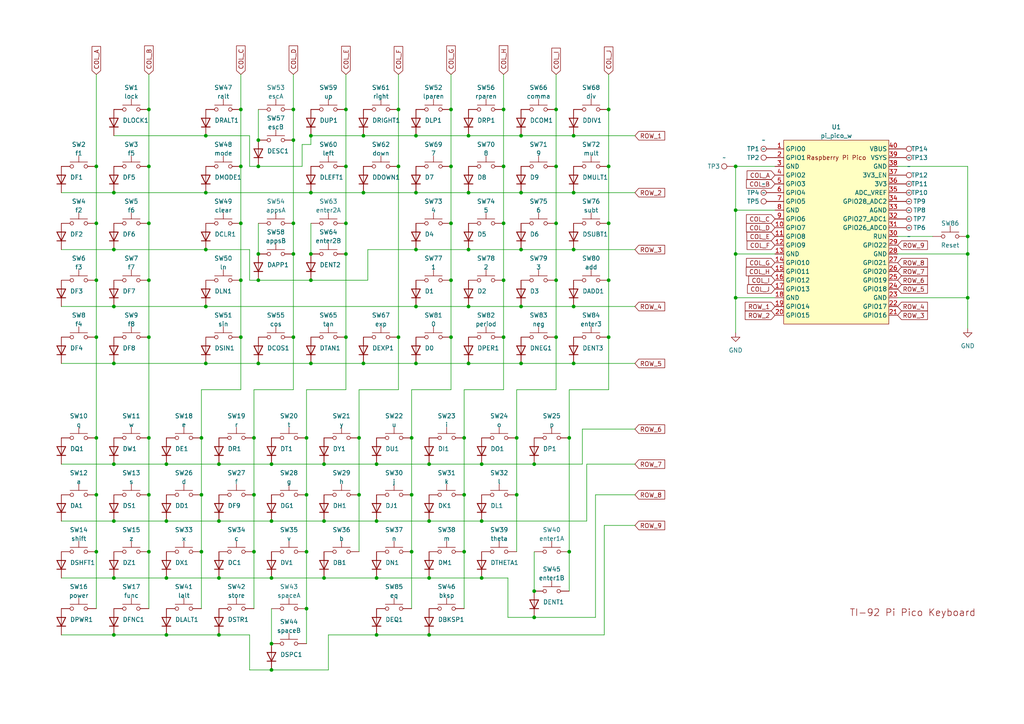
<source format=kicad_sch>
(kicad_sch (version 20230121) (generator eeschema)
  (paper "A4")
  (title_block (title "TI-92 Pi Pico Keyboard") (date "2023-03-13") (rev "0") (company "github.com/zortness"))
  (junction (at 161.29 48.26))
  (junction (at 73.66 127))
  (junction (at 74.93 81.28))
  (junction (at 161.29 64.77))
  (junction (at 104.14 143.51))
  (junction (at 166.37 72.39))
  (junction (at 135.89 55.88))
  (junction (at 161.29 31.75))
  (junction (at 120.65 72.39))
  (junction (at 88.9 127))
  (junction (at 213.36 60.96))
  (junction (at 151.13 72.39))
  (junction (at 149.86 143.51))
  (junction (at 27.94 81.28))
  (junction (at 135.89 72.39))
  (junction (at 90.17 39.37))
  (junction (at 63.5 151.13))
  (junction (at 146.05 97.79))
  (junction (at 166.37 88.9))
  (junction (at 135.89 39.37))
  (junction (at 74.93 40.64))
  (junction (at 104.14 127))
  (junction (at 176.53 97.79))
  (junction (at 130.81 81.28))
  (junction (at 146.05 81.28))
  (junction (at 166.37 39.37))
  (junction (at 69.85 81.28))
  (junction (at 58.42 143.51))
  (junction (at 119.38 143.51))
  (junction (at 213.36 73.66))
  (junction (at 280.67 86.36))
  (junction (at 100.33 97.79))
  (junction (at 120.65 39.37))
  (junction (at 33.02 167.64))
  (junction (at 154.94 134.62))
  (junction (at 33.02 184.15))
  (junction (at 100.33 31.75))
  (junction (at 105.41 55.88))
  (junction (at 63.5 184.15))
  (junction (at 33.02 151.13))
  (junction (at 151.13 39.37))
  (junction (at 134.62 143.51))
  (junction (at 59.69 72.39))
  (junction (at 139.7 151.13))
  (junction (at 151.13 55.88))
  (junction (at 166.37 105.41))
  (junction (at 90.17 73.66))
  (junction (at 134.62 160.02))
  (junction (at 165.1 160.02))
  (junction (at 124.46 134.62))
  (junction (at 135.89 88.9))
  (junction (at 33.02 72.39))
  (junction (at 58.42 160.02))
  (junction (at 213.36 86.36))
  (junction (at 154.94 171.45))
  (junction (at 115.57 48.26))
  (junction (at 48.26 151.13))
  (junction (at 74.93 105.41))
  (junction (at 58.42 127))
  (junction (at 27.94 64.77))
  (junction (at 69.85 64.77))
  (junction (at 69.85 97.79))
  (junction (at 85.09 31.75))
  (junction (at 43.18 81.28))
  (junction (at 146.05 64.77))
  (junction (at 109.22 151.13))
  (junction (at 149.86 127))
  (junction (at 43.18 97.79))
  (junction (at 88.9 160.02))
  (junction (at 130.81 48.26))
  (junction (at 90.17 55.88))
  (junction (at 105.41 105.41))
  (junction (at 33.02 88.9))
  (junction (at 134.62 127))
  (junction (at 161.29 81.28))
  (junction (at 213.36 48.26))
  (junction (at 100.33 73.66))
  (junction (at 33.02 55.88))
  (junction (at 43.18 64.77))
  (junction (at 85.09 64.77))
  (junction (at 78.74 151.13))
  (junction (at 85.09 97.79))
  (junction (at 115.57 31.75))
  (junction (at 90.17 81.28))
  (junction (at 139.7 167.64))
  (junction (at 74.93 73.66))
  (junction (at 176.53 31.75))
  (junction (at 59.69 39.37))
  (junction (at 93.98 151.13))
  (junction (at 166.37 55.88))
  (junction (at 124.46 184.15))
  (junction (at 27.94 160.02))
  (junction (at 115.57 97.79))
  (junction (at 43.18 31.75))
  (junction (at 100.33 64.77))
  (junction (at 69.85 31.75))
  (junction (at 69.85 48.26))
  (junction (at 59.69 88.9))
  (junction (at 88.9 176.53))
  (junction (at 74.93 48.26))
  (junction (at 280.67 73.66))
  (junction (at 43.18 160.02))
  (junction (at 151.13 88.9))
  (junction (at 59.69 55.88))
  (junction (at 27.94 97.79))
  (junction (at 33.02 134.62))
  (junction (at 43.18 127))
  (junction (at 154.94 179.07))
  (junction (at 43.18 143.51))
  (junction (at 135.89 105.41))
  (junction (at 146.05 31.75))
  (junction (at 146.05 48.26))
  (junction (at 27.94 143.51))
  (junction (at 93.98 134.62))
  (junction (at 120.65 105.41))
  (junction (at 130.81 64.77))
  (junction (at 120.65 55.88))
  (junction (at 78.74 167.64))
  (junction (at 78.74 134.62))
  (junction (at 176.53 64.77))
  (junction (at 120.65 88.9))
  (junction (at 124.46 167.64))
  (junction (at 78.74 194.31))
  (junction (at 48.26 167.64))
  (junction (at 27.94 48.26))
  (junction (at 43.18 48.26))
  (junction (at 176.53 48.26))
  (junction (at 27.94 127))
  (junction (at 130.81 31.75))
  (junction (at 139.7 134.62))
  (junction (at 119.38 160.02))
  (junction (at 59.69 105.41))
  (junction (at 109.22 167.64))
  (junction (at 93.98 167.64))
  (junction (at 109.22 184.15))
  (junction (at 85.09 40.64))
  (junction (at 63.5 134.62))
  (junction (at 124.46 151.13))
  (junction (at 280.67 68.58))
  (junction (at 109.22 134.62))
  (junction (at 176.53 81.28))
  (junction (at 88.9 143.51))
  (junction (at 73.66 143.51))
  (junction (at 90.17 105.41))
  (junction (at 33.02 105.41))
  (junction (at 105.41 39.37))
  (junction (at 151.13 105.41))
  (junction (at 73.66 160.02))
  (junction (at 130.81 97.79))
  (junction (at 48.26 184.15))
  (junction (at 161.29 97.79))
  (junction (at 85.09 73.66))
  (junction (at 48.26 134.62))
  (junction (at 63.5 167.64))
  (junction (at 119.38 127))
  (junction (at 78.74 186.69))
  (junction (at 100.33 48.26))
  (junction (at 165.1 127))
  (wire (pts (xy 85.09 64.77) (xy 85.09 73.66)))
  (wire (pts (xy 161.29 48.26) (xy 161.29 64.77)))
  (wire (pts (xy 176.53 31.75) (xy 176.53 48.26)))
  (wire (pts (xy 154.94 179.07) (xy 172.72 179.07)))
  (wire (pts (xy 130.81 21.59) (xy 130.81 31.75)))
  (wire (pts (xy 165.1 160.02) (xy 165.1 171.45)))
  (wire (pts (xy 27.94 127) (xy 27.94 143.51)))
  (wire (pts (xy 90.17 39.37) (xy 90.17 41.91)))
  (wire (pts (xy 134.62 143.51) (xy 134.62 160.02)))
  (wire (pts (xy 109.22 184.15) (xy 95.25 184.15)))
  (wire (pts (xy 134.62 160.02) (xy 134.62 176.53)))
  (wire (pts (xy 176.53 21.59) (xy 176.53 31.75)))
  (wire (pts (xy 184.15 124.46) (xy 168.91 124.46)))
  (wire (pts (xy 170.18 151.13) (xy 139.7 151.13)))
  (wire (pts (xy 78.74 167.64) (xy 93.98 167.64)))
  (wire (pts (xy 119.38 127) (xy 119.38 113.03)))
  (wire (pts (xy 106.68 72.39) (xy 120.65 72.39)))
  (wire (pts (xy 72.39 81.28) (xy 74.93 81.28)))
  (wire (pts (xy 213.36 48.26) (xy 224.79 48.26)))
  (wire (pts (xy 90.17 41.91) (xy 87.63 41.91)))
  (wire (pts (xy 43.18 21.59) (xy 43.18 31.75)))
  (wire (pts (xy 166.37 72.39) (xy 184.15 72.39)))
  (wire (pts (xy 161.29 81.28) (xy 161.29 97.79)))
  (wire (pts (xy 176.53 48.26) (xy 176.53 64.77)))
  (wire (pts (xy 115.57 48.26) (xy 115.57 97.79)))
  (wire (pts (xy 33.02 184.15) (xy 48.26 184.15)))
  (wire (pts (xy 120.65 72.39) (xy 135.89 72.39)))
  (wire (pts (xy 154.94 171.45) (xy 154.94 160.02)))
  (wire (pts (xy 168.91 124.46) (xy 168.91 134.62)))
  (wire (pts (xy 119.38 113.03) (xy 130.81 113.03)))
  (wire (pts (xy 87.63 41.91) (xy 87.63 48.26)))
  (wire (pts (xy 88.9 127) (xy 88.9 113.03)))
  (wire (pts (xy 135.89 39.37) (xy 151.13 39.37)))
  (wire (pts (xy 73.66 160.02) (xy 73.66 176.53)))
  (wire (pts (xy 69.85 48.26) (xy 69.85 64.77)))
  (wire (pts (xy 59.69 88.9) (xy 120.65 88.9)))
  (wire (pts (xy 213.36 60.96) (xy 213.36 73.66)))
  (wire (pts (xy 280.67 48.26) (xy 280.67 68.58)))
  (wire (pts (xy 161.29 31.75) (xy 161.29 48.26)))
  (wire (pts (xy 170.18 134.62) (xy 170.18 151.13)))
  (wire (pts (xy 74.93 105.41) (xy 90.17 105.41)))
  (wire (pts (xy 43.18 31.75) (xy 43.18 48.26)))
  (wire (pts (xy 43.18 127) (xy 43.18 143.51)))
  (wire (pts (xy 151.13 72.39) (xy 166.37 72.39)))
  (wire (pts (xy 33.02 167.64) (xy 48.26 167.64)))
  (wire (pts (xy 146.05 81.28) (xy 146.05 97.79)))
  (wire (pts (xy 85.09 21.59) (xy 85.09 31.75)))
  (wire (pts (xy 88.9 127) (xy 88.9 143.51)))
  (wire (pts (xy 146.05 97.79) (xy 146.05 113.03)))
  (wire (pts (xy 213.36 86.36) (xy 213.36 96.52)))
  (wire (pts (xy 43.18 64.77) (xy 43.18 81.28)))
  (wire (pts (xy 213.36 86.36) (xy 224.79 86.36)))
  (wire (pts (xy 85.09 40.64) (xy 85.09 64.77)))
  (wire (pts (xy 33.02 55.88) (xy 59.69 55.88)))
  (wire (pts (xy 88.9 160.02) (xy 88.9 176.53)))
  (wire (pts (xy 33.02 39.37) (xy 59.69 39.37)))
  (wire (pts (xy 260.35 48.26) (xy 280.67 48.26)))
  (wire (pts (xy 100.33 48.26) (xy 100.33 64.77)))
  (wire (pts (xy 120.65 39.37) (xy 135.89 39.37)))
  (wire (pts (xy 85.09 73.66) (xy 85.09 97.79)))
  (wire (pts (xy 109.22 151.13) (xy 124.46 151.13)))
  (wire (pts (xy 17.78 72.39) (xy 33.02 72.39)))
  (wire (pts (xy 69.85 64.77) (xy 69.85 81.28)))
  (wire (pts (xy 147.32 179.07) (xy 154.94 179.07)))
  (wire (pts (xy 69.85 21.59) (xy 69.85 31.75)))
  (wire (pts (xy 166.37 39.37) (xy 184.15 39.37)))
  (wire (pts (xy 151.13 105.41) (xy 166.37 105.41)))
  (wire (pts (xy 106.68 81.28) (xy 106.68 72.39)))
  (wire (pts (xy 260.35 73.66) (xy 280.67 73.66)))
  (wire (pts (xy 139.7 134.62) (xy 154.94 134.62)))
  (wire (pts (xy 27.94 143.51) (xy 27.94 160.02)))
  (wire (pts (xy 73.66 143.51) (xy 73.66 160.02)))
  (wire (pts (xy 119.38 143.51) (xy 119.38 160.02)))
  (wire (pts (xy 43.18 48.26) (xy 43.18 64.77)))
  (wire (pts (xy 146.05 48.26) (xy 146.05 64.77)))
  (wire (pts (xy 72.39 39.37) (xy 59.69 39.37)))
  (wire (pts (xy 161.29 64.77) (xy 161.29 81.28)))
  (wire (pts (xy 33.02 72.39) (xy 59.69 72.39)))
  (wire (pts (xy 109.22 134.62) (xy 124.46 134.62)))
  (wire (pts (xy 17.78 167.64) (xy 33.02 167.64)))
  (wire (pts (xy 100.33 31.75) (xy 100.33 48.26)))
  (wire (pts (xy 33.02 134.62) (xy 48.26 134.62)))
  (wire (pts (xy 63.5 134.62) (xy 78.74 134.62)))
  (wire (pts (xy 74.93 48.26) (xy 72.39 48.26)))
  (wire (pts (xy 17.78 134.62) (xy 33.02 134.62)))
  (wire (pts (xy 43.18 97.79) (xy 43.18 127)))
  (wire (pts (xy 27.94 64.77) (xy 27.94 81.28)))
  (wire (pts (xy 27.94 160.02) (xy 27.94 176.53)))
  (wire (pts (xy 17.78 151.13) (xy 33.02 151.13)))
  (wire (pts (xy 27.94 97.79) (xy 27.94 127)))
  (wire (pts (xy 90.17 81.28) (xy 106.68 81.28)))
  (wire (pts (xy 72.39 72.39) (xy 72.39 81.28)))
  (wire (pts (xy 58.42 113.03) (xy 69.85 113.03)))
  (wire (pts (xy 166.37 105.41) (xy 184.15 105.41)))
  (wire (pts (xy 124.46 134.62) (xy 139.7 134.62)))
  (wire (pts (xy 69.85 31.75) (xy 69.85 48.26)))
  (wire (pts (xy 135.89 55.88) (xy 151.13 55.88)))
  (wire (pts (xy 93.98 167.64) (xy 109.22 167.64)))
  (wire (pts (xy 213.36 48.26) (xy 213.36 60.96)))
  (wire (pts (xy 85.09 113.03) (xy 73.66 113.03)))
  (wire (pts (xy 74.93 73.66) (xy 74.93 64.77)))
  (wire (pts (xy 109.22 167.64) (xy 124.46 167.64)))
  (wire (pts (xy 48.26 134.62) (xy 63.5 134.62)))
  (wire (pts (xy 130.81 81.28) (xy 130.81 97.79)))
  (wire (pts (xy 17.78 55.88) (xy 33.02 55.88)))
  (wire (pts (xy 27.94 21.59) (xy 27.94 48.26)))
  (wire (pts (xy 59.69 72.39) (xy 72.39 72.39)))
  (wire (pts (xy 146.05 21.59) (xy 146.05 31.75)))
  (wire (pts (xy 115.57 113.03) (xy 104.14 113.03)))
  (wire (pts (xy 130.81 64.77) (xy 130.81 81.28)))
  (wire (pts (xy 260.35 86.36) (xy 280.67 86.36)))
  (wire (pts (xy 48.26 167.64) (xy 63.5 167.64)))
  (wire (pts (xy 115.57 31.75) (xy 115.57 48.26)))
  (wire (pts (xy 59.69 55.88) (xy 90.17 55.88)))
  (wire (pts (xy 48.26 151.13) (xy 63.5 151.13)))
  (wire (pts (xy 115.57 21.59) (xy 115.57 31.75)))
  (wire (pts (xy 105.41 55.88) (xy 120.65 55.88)))
  (wire (pts (xy 73.66 113.03) (xy 73.66 127)))
  (wire (pts (xy 119.38 160.02) (xy 119.38 176.53)))
  (wire (pts (xy 130.81 48.26) (xy 130.81 64.77)))
  (wire (pts (xy 176.53 64.77) (xy 176.53 81.28)))
  (wire (pts (xy 172.72 143.51) (xy 184.15 143.51)))
  (wire (pts (xy 176.53 97.79) (xy 176.53 113.03)))
  (wire (pts (xy 85.09 31.75) (xy 85.09 40.64)))
  (wire (pts (xy 93.98 151.13) (xy 109.22 151.13)))
  (wire (pts (xy 78.74 134.62) (xy 93.98 134.62)))
  (wire (pts (xy 120.65 88.9) (xy 135.89 88.9)))
  (wire (pts (xy 184.15 152.4) (xy 175.26 152.4)))
  (wire (pts (xy 72.39 48.26) (xy 72.39 39.37)))
  (wire (pts (xy 280.67 73.66) (xy 280.67 68.58)))
  (wire (pts (xy 135.89 72.39) (xy 151.13 72.39)))
  (wire (pts (xy 119.38 127) (xy 119.38 143.51)))
  (wire (pts (xy 105.41 39.37) (xy 120.65 39.37)))
  (wire (pts (xy 78.74 176.53) (xy 78.74 186.69)))
  (wire (pts (xy 59.69 105.41) (xy 74.93 105.41)))
  (wire (pts (xy 149.86 143.51) (xy 149.86 160.02)))
  (wire (pts (xy 213.36 73.66) (xy 213.36 86.36)))
  (wire (pts (xy 95.25 194.31) (xy 78.74 194.31)))
  (wire (pts (xy 78.74 194.31) (xy 72.39 194.31)))
  (wire (pts (xy 109.22 184.15) (xy 124.46 184.15)))
  (wire (pts (xy 78.74 151.13) (xy 93.98 151.13)))
  (wire (pts (xy 90.17 73.66) (xy 90.17 64.77)))
  (wire (pts (xy 69.85 81.28) (xy 69.85 97.79)))
  (wire (pts (xy 104.14 143.51) (xy 104.14 160.02)))
  (wire (pts (xy 72.39 184.15) (xy 63.5 184.15)))
  (wire (pts (xy 280.67 86.36) (xy 280.67 73.66)))
  (wire (pts (xy 33.02 88.9) (xy 59.69 88.9)))
  (wire (pts (xy 63.5 151.13) (xy 78.74 151.13)))
  (wire (pts (xy 87.63 48.26) (xy 74.93 48.26)))
  (wire (pts (xy 184.15 134.62) (xy 170.18 134.62)))
  (wire (pts (xy 58.42 160.02) (xy 58.42 176.53)))
  (wire (pts (xy 90.17 39.37) (xy 105.41 39.37)))
  (wire (pts (xy 161.29 113.03) (xy 161.29 97.79)))
  (wire (pts (xy 93.98 134.62) (xy 109.22 134.62)))
  (wire (pts (xy 260.35 68.58) (xy 270.51 68.58)))
  (wire (pts (xy 165.1 113.03) (xy 165.1 127)))
  (wire (pts (xy 88.9 113.03) (xy 100.33 113.03)))
  (wire (pts (xy 168.91 134.62) (xy 154.94 134.62)))
  (wire (pts (xy 134.62 113.03) (xy 134.62 127)))
  (wire (pts (xy 166.37 55.88) (xy 184.15 55.88)))
  (wire (pts (xy 88.9 143.51) (xy 88.9 160.02)))
  (wire (pts (xy 130.81 113.03) (xy 130.81 97.79)))
  (wire (pts (xy 27.94 81.28) (xy 27.94 97.79)))
  (wire (pts (xy 105.41 105.41) (xy 120.65 105.41)))
  (wire (pts (xy 63.5 167.64) (xy 78.74 167.64)))
  (wire (pts (xy 58.42 143.51) (xy 58.42 160.02)))
  (wire (pts (xy 115.57 97.79) (xy 115.57 113.03)))
  (wire (pts (xy 165.1 127) (xy 165.1 160.02)))
  (wire (pts (xy 90.17 105.41) (xy 105.41 105.41)))
  (wire (pts (xy 176.53 81.28) (xy 176.53 97.79)))
  (wire (pts (xy 100.33 113.03) (xy 100.33 97.79)))
  (wire (pts (xy 146.05 64.77) (xy 146.05 81.28)))
  (wire (pts (xy 139.7 167.64) (xy 147.32 167.64)))
  (wire (pts (xy 146.05 113.03) (xy 134.62 113.03)))
  (wire (pts (xy 120.65 105.41) (xy 135.89 105.41)))
  (wire (pts (xy 120.65 55.88) (xy 135.89 55.88)))
  (wire (pts (xy 166.37 88.9) (xy 184.15 88.9)))
  (wire (pts (xy 58.42 127) (xy 58.42 113.03)))
  (wire (pts (xy 73.66 127) (xy 73.66 143.51)))
  (wire (pts (xy 100.33 64.77) (xy 100.33 73.66)))
  (wire (pts (xy 147.32 167.64) (xy 147.32 179.07)))
  (wire (pts (xy 43.18 160.02) (xy 43.18 176.53)))
  (wire (pts (xy 104.14 127) (xy 104.14 143.51)))
  (wire (pts (xy 17.78 88.9) (xy 33.02 88.9)))
  (wire (pts (xy 74.93 31.75) (xy 74.93 40.64)))
  (wire (pts (xy 69.85 113.03) (xy 69.85 97.79)))
  (wire (pts (xy 280.67 86.36) (xy 280.67 95.25)))
  (wire (pts (xy 135.89 88.9) (xy 151.13 88.9)))
  (wire (pts (xy 175.26 184.15) (xy 124.46 184.15)))
  (wire (pts (xy 95.25 184.15) (xy 95.25 194.31)))
  (wire (pts (xy 130.81 31.75) (xy 130.81 48.26)))
  (wire (pts (xy 135.89 105.41) (xy 151.13 105.41)))
  (wire (pts (xy 151.13 39.37) (xy 166.37 39.37)))
  (wire (pts (xy 161.29 21.59) (xy 161.29 31.75)))
  (wire (pts (xy 124.46 167.64) (xy 139.7 167.64)))
  (wire (pts (xy 43.18 81.28) (xy 43.18 97.79)))
  (wire (pts (xy 90.17 55.88) (xy 105.41 55.88)))
  (wire (pts (xy 88.9 176.53) (xy 88.9 186.69)))
  (wire (pts (xy 33.02 105.41) (xy 59.69 105.41)))
  (wire (pts (xy 48.26 184.15) (xy 63.5 184.15)))
  (wire (pts (xy 172.72 179.07) (xy 172.72 143.51)))
  (wire (pts (xy 151.13 55.88) (xy 166.37 55.88)))
  (wire (pts (xy 17.78 184.15) (xy 33.02 184.15)))
  (wire (pts (xy 33.02 151.13) (xy 48.26 151.13)))
  (wire (pts (xy 176.53 113.03) (xy 165.1 113.03)))
  (wire (pts (xy 100.33 21.59) (xy 100.33 31.75)))
  (wire (pts (xy 85.09 97.79) (xy 85.09 113.03)))
  (wire (pts (xy 17.78 105.41) (xy 33.02 105.41)))
  (wire (pts (xy 149.86 127) (xy 149.86 113.03)))
  (wire (pts (xy 146.05 31.75) (xy 146.05 48.26)))
  (wire (pts (xy 104.14 113.03) (xy 104.14 127)))
  (wire (pts (xy 134.62 127) (xy 134.62 143.51)))
  (wire (pts (xy 213.36 73.66) (xy 224.79 73.66)))
  (wire (pts (xy 43.18 143.51) (xy 43.18 160.02)))
  (wire (pts (xy 100.33 73.66) (xy 100.33 97.79)))
  (wire (pts (xy 149.86 127) (xy 149.86 143.51)))
  (wire (pts (xy 72.39 194.31) (xy 72.39 184.15)))
  (wire (pts (xy 149.86 113.03) (xy 161.29 113.03)))
  (wire (pts (xy 124.46 151.13) (xy 139.7 151.13)))
  (wire (pts (xy 74.93 81.28) (xy 90.17 81.28)))
  (wire (pts (xy 175.26 152.4) (xy 175.26 184.15)))
  (wire (pts (xy 224.79 60.96) (xy 213.36 60.96)))
  (wire (pts (xy 58.42 127) (xy 58.42 143.51)))
  (wire (pts (xy 151.13 88.9) (xy 166.37 88.9)))
  (wire (pts (xy 27.94 48.26) (xy 27.94 64.77)))
  (text "TI-92 Pi Pico Keyboard" (at 246.38 179.07 0) (effects (font (size 2 2)) (justify left bottom)))
  (global_label "COL_C" (shape input) (at 224.79 63.5 180) (property "Intersheetrefs" "${INTERSHEET_REFS}" (effects hide)))
  (global_label "COL_D" (shape input) (at 224.79 66.04 180) (property "Intersheetrefs" "${INTERSHEET_REFS}" (effects hide)))
  (global_label "ROW_1" (shape input) (at 184.15 39.37 0) (property "Intersheetrefs" "${INTERSHEET_REFS}" (effects hide)))
  (global_label "COL_D" (shape input) (at 85.09 21.59 90) (property "Intersheetrefs" "${INTERSHEET_REFS}" (effects hide)))
  (global_label "ROW_2" (shape input) (at 224.79 91.44 180) (property "Intersheetrefs" "${INTERSHEET_REFS}" (effects hide)))
  (global_label "COL_B" (shape input) (at 43.18 21.59 90) (property "Intersheetrefs" "${INTERSHEET_REFS}" (effects hide)))
  (global_label "ROW_7" (shape input) (at 260.35 78.74 0) (property "Intersheetrefs" "${INTERSHEET_REFS}" (effects hide)))
  (global_label "ROW_1" (shape input) (at 224.79 88.9 180) (property "Intersheetrefs" "${INTERSHEET_REFS}" (effects hide)))
  (global_label "COL_G" (shape input) (at 130.81 21.59 90) (property "Intersheetrefs" "${INTERSHEET_REFS}" (effects hide)))
  (global_label "COL_A" (shape input) (at 27.94 21.59 90) (property "Intersheetrefs" "${INTERSHEET_REFS}" (effects hide)))
  (global_label "ROW_6" (shape input) (at 184.15 124.46 0) (property "Intersheetrefs" "${INTERSHEET_REFS}" (effects hide)))
  (global_label "COL_B" (shape input) (at 224.79 53.34 180) (property "Intersheetrefs" "${INTERSHEET_REFS}" (effects hide)))
  (global_label "ROW_3" (shape input) (at 260.35 91.44 0) (property "Intersheetrefs" "${INTERSHEET_REFS}" (effects hide)))
  (global_label "ROW_5" (shape input) (at 260.35 83.82 0) (property "Intersheetrefs" "${INTERSHEET_REFS}" (effects hide)))
  (global_label "COL_A" (shape input) (at 224.79 50.8 180) (property "Intersheetrefs" "${INTERSHEET_REFS}" (effects hide)))
  (global_label "COL_I" (shape input) (at 224.79 81.28 180) (property "Intersheetrefs" "${INTERSHEET_REFS}" (effects hide)))
  (global_label "ROW_2" (shape input) (at 184.15 55.88 0) (property "Intersheetrefs" "${INTERSHEET_REFS}" (effects hide)))
  (global_label "COL_E" (shape input) (at 100.33 21.59 90) (property "Intersheetrefs" "${INTERSHEET_REFS}" (effects hide)))
  (global_label "COL_C" (shape input) (at 69.85 21.59 90) (property "Intersheetrefs" "${INTERSHEET_REFS}" (effects hide)))
  (global_label "ROW_9" (shape input) (at 260.35 71.12 0) (property "Intersheetrefs" "${INTERSHEET_REFS}" (effects hide)))
  (global_label "COL_G" (shape input) (at 224.79 76.2 180) (property "Intersheetrefs" "${INTERSHEET_REFS}" (effects hide)))
  (global_label "ROW_5" (shape input) (at 184.15 105.41 0) (property "Intersheetrefs" "${INTERSHEET_REFS}" (effects hide)))
  (global_label "COL_E" (shape input) (at 224.79 68.58 180) (property "Intersheetrefs" "${INTERSHEET_REFS}" (effects hide)))
  (global_label "COL_F" (shape input) (at 115.57 21.59 90) (property "Intersheetrefs" "${INTERSHEET_REFS}" (effects hide)))
  (global_label "ROW_6" (shape input) (at 260.35 81.28 0) (property "Intersheetrefs" "${INTERSHEET_REFS}" (effects hide)))
  (global_label "ROW_8" (shape input) (at 184.15 143.51 0) (property "Intersheetrefs" "${INTERSHEET_REFS}" (effects hide)))
  (global_label "ROW_9" (shape input) (at 184.15 152.4 0) (property "Intersheetrefs" "${INTERSHEET_REFS}" (effects hide)))
  (global_label "COL_J" (shape input) (at 176.53 21.59 90) (property "Intersheetrefs" "${INTERSHEET_REFS}" (effects hide)))
  (global_label "ROW_8" (shape input) (at 260.35 76.2 0) (property "Intersheetrefs" "${INTERSHEET_REFS}" (effects hide)))
  (global_label "ROW_3" (shape input) (at 184.15 72.39 0) (property "Intersheetrefs" "${INTERSHEET_REFS}" (effects hide)))
  (global_label "COL_F" (shape input) (at 224.79 71.12 180) (property "Intersheetrefs" "${INTERSHEET_REFS}" (effects hide)))
  (global_label "COL_H" (shape input) (at 146.05 21.59 90) (property "Intersheetrefs" "${INTERSHEET_REFS}" (effects hide)))
  (global_label "COL_I" (shape input) (at 161.29 21.59 90) (property "Intersheetrefs" "${INTERSHEET_REFS}" (effects hide)))
  (global_label "ROW_4" (shape input) (at 184.15 88.9 0) (property "Intersheetrefs" "${INTERSHEET_REFS}" (effects hide)))
  (global_label "COL_J" (shape input) (at 224.79 83.82 180) (property "Intersheetrefs" "${INTERSHEET_REFS}" (effects hide)))
  (global_label "ROW_7" (shape input) (at 184.15 134.62 0) (property "Intersheetrefs" "${INTERSHEET_REFS}" (effects hide)))
  (global_label "COL_H" (shape input) (at 224.79 78.74 180) (property "Intersheetrefs" "${INTERSHEET_REFS}" (effects hide)))
  (global_label "ROW_4" (shape input) (at 260.35 88.9 0) (property "Intersheetrefs" "${INTERSHEET_REFS}" (effects hide)))
  (symbol (lib_id "Switch:SW_Push") (at 95.25 73.66 0) (unit 1)
    (property "Reference" "SW64" (at 95.25 67.31 0))
    (property "Value" "enter2B" (at 95.25 69.85 0))
    (property "Footprint" "ti92Library:tibuttonpad" (effects hide))
  )
  (symbol (lib_id "Diode:1N4148W") (at 17.78 163.83 90) (unit 1)
    (property "Reference" "DSHFT1" (at 20.32 163.195 90) (effects (justify right)))
    (property "Value" "1N4148W" (effects hide))
    (property "Footprint" "Diode_SMD:D_SOD-123" (effects hide))
    (property "Datasheet" "https://www.vishay.com/docs/85748/1n4148w.pdf" (effects hide))
    (property "Sim.Device" "D" (effects hide))
    (property "Sim.Pins" "1=K 2=A" (effects hide))
  )
  (symbol (lib_id "Diode:1N4148W") (at 33.02 68.58 90) (unit 1)
    (property "Reference" "DF6" (at 35.56 67.945 90) (effects (justify right)))
    (property "Value" "1N4148W" (effects hide))
    (property "Footprint" "Diode_SMD:D_SOD-123" (effects hide))
    (property "Datasheet" "https://www.vishay.com/docs/85748/1n4148w.pdf" (effects hide))
    (property "Sim.Device" "D" (effects hide))
    (property "Sim.Pins" "1=K 2=A" (effects hide))
  )
  (symbol (lib_id "Switch:SW_Push") (at 275.59 68.58 0) (unit 1)
    (property "Reference" "SW86" (at 275.59 64.77 0))
    (property "Value" "Reset" (at 275.59 71.12 0))
    (property "Footprint" "Button_Switch_SMD:SW_SPST_CK_RS282G05A3" (effects hide))
  )
  (symbol (lib_id "Diode:1N4148W") (at 63.5 180.34 90) (unit 1)
    (property "Reference" "DSTR1" (at 66.04 179.705 90) (effects (justify right)))
    (property "Value" "1N4148W" (effects hide))
    (property "Footprint" "Diode_SMD:D_SOD-123" (effects hide))
    (property "Datasheet" "https://www.vishay.com/docs/85748/1n4148w.pdf" (effects hide))
    (property "Sim.Device" "D" (effects hide))
    (property "Sim.Pins" "1=K 2=A" (effects hide))
  )
  (symbol (lib_id "Switch:SW_Push") (at 156.21 31.75 0) (unit 1)
    (property "Reference" "SW66" (at 156.21 25.4 0))
    (property "Value" "comma" (at 156.21 27.94 0))
    (property "Footprint" "ti92Library:tibuttonpad" (effects hide))
  )
  (symbol (lib_id "Switch:SW_Push") (at 38.1 97.79 0) (unit 1)
    (property "Reference" "SW9" (at 38.1 91.44 0))
    (property "Value" "f8" (at 38.1 93.98 0))
    (property "Footprint" "ti92Library:tibuttonpad" (effects hide))
  )
  (symbol (lib_id "Switch:SW_Push") (at 38.1 64.77 0) (unit 1)
    (property "Reference" "SW5" (at 38.1 58.42 0))
    (property "Value" "f6" (at 38.1 60.96 0))
    (property "Footprint" "ti92Library:tibuttonpad" (effects hide))
  )
  (symbol (lib_id "Diode:1N4148W") (at 74.93 101.6 90) (unit 1)
    (property "Reference" "DCOS1" (at 77.47 100.965 90) (effects (justify right)))
    (property "Value" "1N4148W" (effects hide))
    (property "Footprint" "Diode_SMD:D_SOD-123" (effects hide))
    (property "Datasheet" "https://www.vishay.com/docs/85748/1n4148w.pdf" (effects hide))
    (property "Sim.Device" "D" (effects hide))
    (property "Sim.Pins" "1=K 2=A" (effects hide))
  )
  (symbol (lib_id "Diode:1N4148W") (at 17.78 85.09 90) (unit 1)
    (property "Reference" "DF3" (at 20.32 84.455 90) (effects (justify right)))
    (property "Value" "1N4148W" (effects hide))
    (property "Footprint" "Diode_SMD:D_SOD-123" (effects hide))
    (property "Datasheet" "https://www.vishay.com/docs/85748/1n4148w.pdf" (effects hide))
    (property "Sim.Device" "D" (effects hide))
    (property "Sim.Pins" "1=K 2=A" (effects hide))
  )
  (symbol (lib_id "Diode:1N4148W") (at 59.69 35.56 90) (unit 1)
    (property "Reference" "DRALT1" (at 62.23 34.925 90) (effects (justify right)))
    (property "Value" "1N4148W" (effects hide))
    (property "Footprint" "Diode_SMD:D_SOD-123" (effects hide))
    (property "Datasheet" "https://www.vishay.com/docs/85748/1n4148w.pdf" (effects hide))
    (property "Sim.Device" "D" (effects hide))
    (property "Sim.Pins" "1=K 2=A" (effects hide))
  )
  (symbol (lib_id "Switch:SW_Push") (at 171.45 48.26 0) (unit 1)
    (property "Reference" "SW72" (at 171.45 41.91 0))
    (property "Value" "mult" (at 171.45 44.45 0))
    (property "Footprint" "ti92Library:tibuttonpad" (effects hide))
  )
  (symbol (lib_id "Diode:1N4148W") (at 78.74 163.83 90) (unit 1)
    (property "Reference" "DV1" (at 81.28 163.195 90) (effects (justify right)))
    (property "Value" "1N4148W" (effects hide))
    (property "Footprint" "Diode_SMD:D_SOD-123" (effects hide))
    (property "Datasheet" "https://www.vishay.com/docs/85748/1n4148w.pdf" (effects hide))
    (property "Sim.Device" "D" (effects hide))
    (property "Sim.Pins" "1=K 2=A" (effects hide))
  )
  (symbol (lib_id "Switch:SW_Push") (at 95.25 48.26 0) (unit 1)
    (property "Reference" "SW60" (at 95.25 41.91 0))
    (property "Value" "left" (at 95.25 44.45 0))
    (property "Footprint" "ti92Library:tibuttonpad" (effects hide))
  )
  (symbol (lib_id "Diode:1N4148W") (at 124.46 163.83 90) (unit 1)
    (property "Reference" "DM1" (at 127 163.195 90) (effects (justify right)))
    (property "Value" "1N4148W" (effects hide))
    (property "Footprint" "Diode_SMD:D_SOD-123" (effects hide))
    (property "Datasheet" "https://www.vishay.com/docs/85748/1n4148w.pdf" (effects hide))
    (property "Sim.Device" "D" (effects hide))
    (property "Sim.Pins" "1=K 2=A" (effects hide))
  )
  (symbol (lib_id "Switch:SW_Push") (at 171.45 81.28 0) (unit 1)
    (property "Reference" "SW80" (at 171.45 74.93 0))
    (property "Value" "add" (at 171.45 77.47 0))
    (property "Footprint" "ti92Library:tibuttonpad" (effects hide))
  )
  (symbol (lib_id "Switch:SW_Push") (at 144.78 127 0) (unit 1)
    (property "Reference" "SW24" (at 144.78 120.65 0))
    (property "Value" "o" (at 144.78 123.19 0))
    (property "Footprint" "ti92Library:tibuttonpad" (effects hide))
  )
  (symbol (lib_id "Switch:SW_Push") (at 38.1 31.75 0) (unit 1)
    (property "Reference" "SW1" (at 38.1 25.4 0))
    (property "Value" "lock" (at 38.1 27.94 0))
    (property "Footprint" "ti92Library:tibuttonpad" (effects hide))
  )
  (symbol (lib_id "Connector:TestPoint") (at 260.35 50.8 270) (unit 1)
    (property "Reference" "TP12" (at 266.7 50.8 90))
    (property "Value" "~" (at 263.652 53.34 90))
    (property "Footprint" "TestPoint:TestPoint_Pad_D1.5mm" (effects hide))
  )
  (symbol (lib_id "Switch:SW_Push") (at 64.77 81.28 0) (unit 1)
    (property "Reference" "SW50" (at 64.77 74.93 0))
    (property "Value" "ln" (at 64.77 77.47 0))
    (property "Footprint" "ti92Library:tibuttonpad" (effects hide))
  )
  (symbol (lib_id "Switch:SW_Push") (at 22.86 127 0) (unit 1)
    (property "Reference" "SW10" (at 22.86 120.65 0))
    (property "Value" "q" (at 22.86 123.19 0))
    (property "Footprint" "ti92Library:tibuttonpad" (effects hide))
  )
  (symbol (lib_id "Switch:SW_Push") (at 110.49 31.75 0) (unit 1)
    (property "Reference" "SW61" (at 110.49 25.4 0))
    (property "Value" "right" (at 110.49 27.94 0))
    (property "Footprint" "ti92Library:tibuttonpad" (effects hide))
  )
  (symbol (lib_id "Diode:1N4148W") (at 93.98 163.83 90) (unit 1)
    (property "Reference" "DB1" (at 96.52 163.195 90) (effects (justify right)))
    (property "Value" "1N4148W" (effects hide))
    (property "Footprint" "Diode_SMD:D_SOD-123" (effects hide))
    (property "Datasheet" "https://www.vishay.com/docs/85748/1n4148w.pdf" (effects hide))
    (property "Sim.Device" "D" (effects hide))
    (property "Sim.Pins" "1=K 2=A" (effects hide))
  )
  (symbol (lib_id "Switch:SW_Push") (at 156.21 64.77 0) (unit 1)
    (property "Reference" "SW75" (at 156.21 58.42 0))
    (property "Value" "6" (at 156.21 60.96 0))
    (property "Footprint" "ti92Library:tibuttonpad" (effects hide))
  )
  (symbol (lib_id "Diode:1N4148W") (at 59.69 101.6 90) (unit 1)
    (property "Reference" "DSIN1" (at 62.23 100.965 90) (effects (justify right)))
    (property "Value" "1N4148W" (effects hide))
    (property "Footprint" "Diode_SMD:D_SOD-123" (effects hide))
    (property "Datasheet" "https://www.vishay.com/docs/85748/1n4148w.pdf" (effects hide))
    (property "Sim.Device" "D" (effects hide))
    (property "Sim.Pins" "1=K 2=A" (effects hide))
  )
  (symbol (lib_id "Connector:TestPoint") (at 260.35 63.5 270) (unit 1)
    (property "Reference" "TP7" (at 266.7 63.5 90))
    (property "Value" "~" (at 263.652 66.04 90))
    (property "Footprint" "TestPoint:TestPoint_Pad_D1.5mm" (effects hide))
  )
  (symbol (lib_id "Switch:SW_Push") (at 80.01 31.75 0) (unit 1)
    (property "Reference" "SW53" (at 80.01 25.4 0))
    (property "Value" "escA" (at 80.01 27.94 0))
    (property "Footprint" "ti92Library:tibuttonpad" (effects hide))
  )
  (symbol (lib_id "Switch:SW_Push") (at 53.34 127 0) (unit 1)
    (property "Reference" "SW18" (at 53.34 120.65 0))
    (property "Value" "e" (at 53.34 123.19 0))
    (property "Footprint" "ti92Library:tibuttonpad" (effects hide))
  )
  (symbol (lib_id "Switch:SW_Push") (at 38.1 127 0) (unit 1)
    (property "Reference" "SW11" (at 38.1 120.65 0))
    (property "Value" "w" (at 38.1 123.19 0))
    (property "Footprint" "ti92Library:tibuttonpad" (effects hide))
  )
  (symbol (lib_id "Switch:SW_Push") (at 64.77 64.77 0) (unit 1)
    (property "Reference" "SW49" (at 64.77 58.42 0))
    (property "Value" "clear" (at 64.77 60.96 0))
    (property "Footprint" "ti92Library:tibuttonpad" (effects hide))
  )
  (symbol (lib_id "Switch:SW_Push") (at 171.45 64.77 0) (unit 1)
    (property "Reference" "SW76" (at 171.45 58.42 0))
    (property "Value" "subt" (at 171.45 60.96 0))
    (property "Footprint" "ti92Library:tibuttonpad" (effects hide))
  )
  (symbol (lib_id "Diode:1N4148W") (at 124.46 180.34 90) (unit 1)
    (property "Reference" "DBKSP1" (at 127 179.705 90) (effects (justify right)))
    (property "Value" "1N4148W" (effects hide))
    (property "Footprint" "Diode_SMD:D_SOD-123" (effects hide))
    (property "Datasheet" "https://www.vishay.com/docs/85748/1n4148w.pdf" (effects hide))
    (property "Sim.Device" "D" (effects hide))
    (property "Sim.Pins" "1=K 2=A" (effects hide))
  )
  (symbol (lib_id "Switch:SW_Push") (at 125.73 64.77 0) (unit 1)
    (property "Reference" "SW73" (at 125.73 58.42 0))
    (property "Value" "4" (at 125.73 60.96 0))
    (property "Footprint" "ti92Library:tibuttonpad" (effects hide))
  )
  (symbol (lib_id "Diode:1N4148W") (at 17.78 52.07 90) (unit 1)
    (property "Reference" "DF1" (at 20.32 51.435 90) (effects (justify right)))
    (property "Value" "1N4148W" (effects hide))
    (property "Footprint" "Diode_SMD:D_SOD-123" (effects hide))
    (property "Datasheet" "https://www.vishay.com/docs/85748/1n4148w.pdf" (effects hide))
    (property "Sim.Device" "D" (effects hide))
    (property "Sim.Pins" "1=K 2=A" (effects hide))
  )
  (symbol (lib_id "Switch:SW_Push") (at 114.3 143.51 0) (unit 1)
    (property "Reference" "SW30" (at 114.3 137.16 0))
    (property "Value" "j" (at 114.3 139.7 0))
    (property "Footprint" "ti92Library:tibuttonpad" (effects hide))
  )
  (symbol (lib_id "Diode:1N4148W") (at 93.98 147.32 90) (unit 1)
    (property "Reference" "DH1" (at 96.52 146.685 90) (effects (justify right)))
    (property "Value" "1N4148W" (effects hide))
    (property "Footprint" "Diode_SMD:D_SOD-123" (effects hide))
    (property "Datasheet" "https://www.vishay.com/docs/85748/1n4148w.pdf" (effects hide))
    (property "Sim.Device" "D" (effects hide))
    (property "Sim.Pins" "1=K 2=A" (effects hide))
  )
  (symbol (lib_id "Diode:1N4148W") (at 74.93 44.45 90) (unit 1)
    (property "Reference" "DESC1" (at 77.47 43.815 90) (effects (justify right)))
    (property "Value" "1N4148W" (effects hide))
    (property "Footprint" "Diode_SMD:D_SOD-123" (effects hide))
    (property "Datasheet" "https://www.vishay.com/docs/85748/1n4148w.pdf" (effects hide))
    (property "Sim.Device" "D" (effects hide))
    (property "Sim.Pins" "1=K 2=A" (effects hide))
  )
  (symbol (lib_id "Switch:SW_Push") (at 144.78 143.51 0) (unit 1)
    (property "Reference" "SW32" (at 144.78 137.16 0))
    (property "Value" "l" (at 144.78 139.7 0))
    (property "Footprint" "ti92Library:tibuttonpad" (effects hide))
  )
  (symbol (lib_id "Switch:SW_Push") (at 64.77 48.26 0) (unit 1)
    (property "Reference" "SW48" (at 64.77 41.91 0))
    (property "Value" "mode" (at 64.77 44.45 0))
    (property "Footprint" "ti92Library:tibuttonpad" (effects hide))
  )
  (symbol (lib_id "Switch:SW_Push") (at 22.86 143.51 0) (unit 1)
    (property "Reference" "SW12" (at 22.86 137.16 0))
    (property "Value" "a" (at 22.86 139.7 0))
    (property "Footprint" "ti92Library:tibuttonpad" (effects hide))
  )
  (symbol (lib_id "Diode:1N4148W") (at 139.7 130.81 90) (unit 1)
    (property "Reference" "DO1" (at 142.24 130.175 90) (effects (justify right)))
    (property "Value" "1N4148W" (effects hide))
    (property "Footprint" "Diode_SMD:D_SOD-123" (effects hide))
    (property "Datasheet" "https://www.vishay.com/docs/85748/1n4148w.pdf" (effects hide))
    (property "Sim.Device" "D" (effects hide))
    (property "Sim.Pins" "1=K 2=A" (effects hide))
  )
  (symbol (lib_id "Switch:SW_Push") (at 83.82 176.53 0) (unit 1)
    (property "Reference" "SW43" (at 83.82 170.18 0))
    (property "Value" "spaceA" (at 83.82 172.72 0))
    (property "Footprint" "ti92Library:tibuttonpad" (effects hide))
  )
  (symbol (lib_id "Diode:1N4148W") (at 124.46 130.81 90) (unit 1)
    (property "Reference" "DI1" (at 127 130.175 90) (effects (justify right)))
    (property "Value" "1N4148W" (effects hide))
    (property "Footprint" "Diode_SMD:D_SOD-123" (effects hide))
    (property "Datasheet" "https://www.vishay.com/docs/85748/1n4148w.pdf" (effects hide))
    (property "Sim.Device" "D" (effects hide))
    (property "Sim.Pins" "1=K 2=A" (effects hide))
  )
  (symbol (lib_id "Diode:1N4148W") (at 124.46 147.32 90) (unit 1)
    (property "Reference" "DK1" (at 127 146.685 90) (effects (justify right)))
    (property "Value" "1N4148W" (effects hide))
    (property "Footprint" "Diode_SMD:D_SOD-123" (effects hide))
    (property "Datasheet" "https://www.vishay.com/docs/85748/1n4148w.pdf" (effects hide))
    (property "Sim.Device" "D" (effects hide))
    (property "Sim.Pins" "1=K 2=A" (effects hide))
  )
  (symbol (lib_id "Switch:SW_Push") (at 22.86 97.79 0) (unit 1)
    (property "Reference" "SW8" (at 22.86 91.44 0))
    (property "Value" "f4" (at 22.86 93.98 0))
    (property "Footprint" "ti92Library:tibuttonpad" (effects hide))
  )
  (symbol (lib_id "Switch:SW_Push") (at 22.86 160.02 0) (unit 1)
    (property "Reference" "SW14" (at 22.86 153.67 0))
    (property "Value" "shift" (at 22.86 156.21 0))
    (property "Footprint" "ti92Library:tibuttonpad" (effects hide))
  )
  (symbol (lib_id "Diode:1N4148W") (at 166.37 101.6 90) (unit 1)
    (property "Reference" "DENT3" (at 168.91 100.965 90) (effects (justify right)))
    (property "Value" "1N4148W" (effects hide))
    (property "Footprint" "Diode_SMD:D_SOD-123" (effects hide))
    (property "Datasheet" "https://www.vishay.com/docs/85748/1n4148w.pdf" (effects hide))
    (property "Sim.Device" "D" (effects hide))
    (property "Sim.Pins" "1=K 2=A" (effects hide))
  )
  (symbol (lib_id "Connector:TestPoint") (at 224.79 45.72 90) (unit 1)
    (property "Reference" "TP2" (at 218.44 45.72 90))
    (property "Value" "~" (at 221.488 43.18 90))
    (property "Footprint" "TestPoint:TestPoint_Pad_D1.5mm" (effects hide))
  )
  (symbol (lib_id "Switch:SW_Push") (at 129.54 143.51 0) (unit 1)
    (property "Reference" "SW31" (at 129.54 137.16 0))
    (property "Value" "k" (at 129.54 139.7 0))
    (property "Footprint" "ti92Library:tibuttonpad" (effects hide))
  )
  (symbol (lib_id "Switch:SW_Push") (at 22.86 64.77 0) (unit 1)
    (property "Reference" "SW4" (at 22.86 58.42 0))
    (property "Value" "f2" (at 22.86 60.96 0))
    (property "Footprint" "ti92Library:tibuttonpad" (effects hide))
  )
  (symbol (lib_id "Diode:1N4148W") (at 90.17 77.47 90) (unit 1)
    (property "Reference" "DENT2" (at 92.71 76.835 90) (effects (justify right)))
    (property "Value" "1N4148W" (effects hide))
    (property "Footprint" "Diode_SMD:D_SOD-123" (effects hide))
    (property "Datasheet" "https://www.vishay.com/docs/85748/1n4148w.pdf" (effects hide))
    (property "Sim.Device" "D" (effects hide))
    (property "Sim.Pins" "1=K 2=A" (effects hide))
  )
  (symbol (lib_id "Switch:SW_Push") (at 38.1 48.26 0) (unit 1)
    (property "Reference" "SW3" (at 38.1 41.91 0))
    (property "Value" "f5" (at 38.1 44.45 0))
    (property "Footprint" "ti92Library:tibuttonpad" (effects hide))
  )
  (symbol (lib_id "Diode:1N4148W") (at 151.13 101.6 90) (unit 1)
    (property "Reference" "DNEG1" (at 153.67 100.965 90) (effects (justify right)))
    (property "Value" "1N4148W" (effects hide))
    (property "Footprint" "Diode_SMD:D_SOD-123" (effects hide))
    (property "Datasheet" "https://www.vishay.com/docs/85748/1n4148w.pdf" (effects hide))
    (property "Sim.Device" "D" (effects hide))
    (property "Sim.Pins" "1=K 2=A" (effects hide))
  )
  (symbol (lib_id "Connector:TestPoint") (at 260.35 43.18 270) (unit 1)
    (property "Reference" "TP14" (at 266.7 43.18 90))
    (property "Value" "~" (at 263.652 45.72 90))
    (property "Footprint" "TestPoint:TestPoint_Pad_D1.5mm" (effects hide))
  )
  (symbol (lib_id "Diode:1N4148W") (at 33.02 147.32 90) (unit 1)
    (property "Reference" "DS1" (at 35.56 146.685 90) (effects (justify right)))
    (property "Value" "1N4148W" (effects hide))
    (property "Footprint" "Diode_SMD:D_SOD-123" (effects hide))
    (property "Datasheet" "https://www.vishay.com/docs/85748/1n4148w.pdf" (effects hide))
    (property "Sim.Device" "D" (effects hide))
    (property "Sim.Pins" "1=K 2=A" (effects hide))
  )
  (symbol (lib_id "Diode:1N4148W") (at 151.13 85.09 90) (unit 1)
    (property "Reference" "D3" (at 153.67 84.455 90) (effects (justify right)))
    (property "Value" "1N4148W" (effects hide))
    (property "Footprint" "Diode_SMD:D_SOD-123" (effects hide))
    (property "Datasheet" "https://www.vishay.com/docs/85748/1n4148w.pdf" (effects hide))
    (property "Sim.Device" "D" (effects hide))
    (property "Sim.Pins" "1=K 2=A" (effects hide))
  )
  (symbol (lib_id "Switch:SW_Push") (at 129.54 160.02 0) (unit 1)
    (property "Reference" "SW38" (at 129.54 153.67 0))
    (property "Value" "m" (at 129.54 156.21 0))
    (property "Footprint" "ti92Library:tibuttonpad" (effects hide))
  )
  (symbol (lib_id "Diode:1N4148W") (at 33.02 130.81 90) (unit 1)
    (property "Reference" "DW1" (at 35.56 130.175 90) (effects (justify right)))
    (property "Value" "1N4148W" (effects hide))
    (property "Footprint" "Diode_SMD:D_SOD-123" (effects hide))
    (property "Datasheet" "https://www.vishay.com/docs/85748/1n4148w.pdf" (effects hide))
    (property "Sim.Device" "D" (effects hide))
    (property "Sim.Pins" "1=K 2=A" (effects hide))
  )
  (symbol (lib_id "Switch:SW_Push") (at 80.01 40.64 0) (unit 1)
    (property "Reference" "SW57" (at 80.01 34.29 0))
    (property "Value" "escB" (at 80.01 36.83 0))
    (property "Footprint" "ti92Library:tibuttonpad" (effects hide))
  )
  (symbol (lib_id "Switch:SW_Push") (at 68.58 143.51 0) (unit 1)
    (property "Reference" "SW27" (at 68.58 137.16 0))
    (property "Value" "f" (at 68.58 139.7 0))
    (property "Footprint" "ti92Library:tibuttonpad" (effects hide))
  )
  (symbol (lib_id "Diode:1N4148W") (at 59.69 85.09 90) (unit 1)
    (property "Reference" "DLN1" (at 62.23 84.455 90) (effects (justify right)))
    (property "Value" "1N4148W" (effects hide))
    (property "Footprint" "Diode_SMD:D_SOD-123" (effects hide))
    (property "Datasheet" "https://www.vishay.com/docs/85748/1n4148w.pdf" (effects hide))
    (property "Sim.Device" "D" (effects hide))
    (property "Sim.Pins" "1=K 2=A" (effects hide))
  )
  (symbol (lib_id "Connector:TestPoint") (at 260.35 66.04 270) (unit 1)
    (property "Reference" "TP6" (at 266.7 66.04 90))
    (property "Value" "~" (at 263.652 68.58 90))
    (property "Footprint" "TestPoint:TestPoint_Pad_D1.5mm" (effects hide))
  )
  (symbol (lib_id "Switch:SW_Push") (at 22.86 48.26 0) (unit 1)
    (property "Reference" "SW2" (at 22.86 41.91 0))
    (property "Value" "f1" (at 22.86 44.45 0))
    (property "Footprint" "ti92Library:tibuttonpad" (effects hide))
  )
  (symbol (lib_id "Switch:SW_Push") (at 99.06 127 0) (unit 1)
    (property "Reference" "SW21" (at 99.06 120.65 0))
    (property "Value" "y" (at 99.06 123.19 0))
    (property "Footprint" "ti92Library:tibuttonpad" (effects hide))
  )
  (symbol (lib_id "Diode:1N4148W") (at 166.37 35.56 90) (unit 1)
    (property "Reference" "DDIV1" (at 168.91 34.925 90) (effects (justify right)))
    (property "Value" "1N4148W" (effects hide))
    (property "Footprint" "Diode_SMD:D_SOD-123" (effects hide))
    (property "Datasheet" "https://www.vishay.com/docs/85748/1n4148w.pdf" (effects hide))
    (property "Sim.Device" "D" (effects hide))
    (property "Sim.Pins" "1=K 2=A" (effects hide))
  )
  (symbol (lib_id "Connector:TestPoint") (at 213.36 48.26 90) (unit 1)
    (property "Reference" "TP3" (at 207.01 48.26 90))
    (property "Value" "~" (at 210.058 45.72 90))
    (property "Footprint" "TestPoint:TestPoint_Pad_D1.5mm" (effects hide))
  )
  (symbol (lib_id "Diode:1N4148W") (at 17.78 147.32 90) (unit 1)
    (property "Reference" "DA1" (at 20.32 146.685 90) (effects (justify right)))
    (property "Value" "1N4148W" (effects hide))
    (property "Footprint" "Diode_SMD:D_SOD-123" (effects hide))
    (property "Datasheet" "https://www.vishay.com/docs/85748/1n4148w.pdf" (effects hide))
    (property "Sim.Device" "D" (effects hide))
    (property "Sim.Pins" "1=K 2=A" (effects hide))
  )
  (symbol (lib_id "Switch:SW_Push") (at 64.77 31.75 0) (unit 1)
    (property "Reference" "SW47" (at 64.77 25.4 0))
    (property "Value" "ralt" (at 64.77 27.94 0))
    (property "Footprint" "ti92Library:tibuttonpad" (effects hide))
  )
  (symbol (lib_id "Switch:SW_Push") (at 125.73 48.26 0) (unit 1)
    (property "Reference" "SW69" (at 125.73 41.91 0))
    (property "Value" "7" (at 125.73 44.45 0))
    (property "Footprint" "ti92Library:tibuttonpad" (effects hide))
  )
  (symbol (lib_id "Switch:SW_Push") (at 95.25 64.77 0) (unit 1)
    (property "Reference" "SW63" (at 95.25 58.42 0))
    (property "Value" "enter2A" (at 95.25 60.96 0))
    (property "Footprint" "ti92Library:tibuttonpad" (effects hide))
  )
  (symbol (lib_id "Diode:1N4148W") (at 33.02 163.83 90) (unit 1)
    (property "Reference" "DZ1" (at 35.56 163.195 90) (effects (justify right)))
    (property "Value" "1N4148W" (effects hide))
    (property "Footprint" "Diode_SMD:D_SOD-123" (effects hide))
    (property "Datasheet" "https://www.vishay.com/docs/85748/1n4148w.pdf" (effects hide))
    (property "Sim.Device" "D" (effects hide))
    (property "Sim.Pins" "1=K 2=A" (effects hide))
  )
  (symbol (lib_id "Switch:SW_Push") (at 83.82 127 0) (unit 1)
    (property "Reference" "SW20" (at 83.82 120.65 0))
    (property "Value" "t" (at 83.82 123.19 0))
    (property "Footprint" "ti92Library:tibuttonpad" (effects hide))
  )
  (symbol (lib_id "Switch:SW_Push") (at 156.21 48.26 0) (unit 1)
    (property "Reference" "SW71" (at 156.21 41.91 0))
    (property "Value" "9" (at 156.21 44.45 0))
    (property "Footprint" "ti92Library:tibuttonpad" (effects hide))
  )
  (symbol (lib_id "Switch:SW_Push") (at 140.97 97.79 0) (unit 1)
    (property "Reference" "SW82" (at 140.97 91.44 0))
    (property "Value" "period" (at 140.97 93.98 0))
    (property "Footprint" "ti92Library:tibuttonpad" (effects hide))
  )
  (symbol (lib_id "Diode:1N4148W") (at 17.78 130.81 90) (unit 1)
    (property "Reference" "DQ1" (at 20.32 130.175 90) (effects (justify right)))
    (property "Value" "1N4148W" (effects hide))
    (property "Footprint" "Diode_SMD:D_SOD-123" (effects hide))
    (property "Datasheet" "https://www.vishay.com/docs/85748/1n4148w.pdf" (effects hide))
    (property "Sim.Device" "D" (effects hide))
    (property "Sim.Pins" "1=K 2=A" (effects hide))
  )
  (symbol (lib_id "Switch:SW_Push") (at 140.97 31.75 0) (unit 1)
    (property "Reference" "SW56" (at 140.97 25.4 0))
    (property "Value" "rparen" (at 140.97 27.94 0))
    (property "Footprint" "ti92Library:tibuttonpad" (effects hide))
  )
  (symbol (lib_id "Switch:SW_Push") (at 160.02 171.45 0) (unit 1)
    (property "Reference" "SW45" (at 160.02 165.1 0))
    (property "Value" "enter1B" (at 160.02 167.64 0))
    (property "Footprint" "ti92Library:tibuttonpad" (effects hide))
  )
  (symbol (lib_id "Diode:1N4148W") (at 63.5 163.83 90) (unit 1)
    (property "Reference" "DC1" (at 66.04 163.195 90) (effects (justify right)))
    (property "Value" "1N4148W" (effects hide))
    (property "Footprint" "Diode_SMD:D_SOD-123" (effects hide))
    (property "Datasheet" "https://www.vishay.com/docs/85748/1n4148w.pdf" (effects hide))
    (property "Sim.Device" "D" (effects hide))
    (property "Sim.Pins" "1=K 2=A" (effects hide))
  )
  (symbol (lib_id "Diode:1N4148W") (at 105.41 52.07 90) (unit 1)
    (property "Reference" "DDOWN1" (at 107.95 51.435 90) (effects (justify right)))
    (property "Value" "1N4148W" (effects hide))
    (property "Footprint" "Diode_SMD:D_SOD-123" (effects hide))
    (property "Datasheet" "https://www.vishay.com/docs/85748/1n4148w.pdf" (effects hide))
    (property "Sim.Device" "D" (effects hide))
    (property "Sim.Pins" "1=K 2=A" (effects hide))
  )
  (symbol (lib_id "Switch:SW_Push") (at 110.49 97.79 0) (unit 1)
    (property "Reference" "SW67" (at 110.49 91.44 0))
    (property "Value" "exp" (at 110.49 93.98 0))
    (property "Footprint" "ti92Library:tibuttonpad" (effects hide))
  )
  (symbol (lib_id "Connector:TestPoint") (at 260.35 53.34 270) (unit 1)
    (property "Reference" "TP11" (at 266.7 53.34 90))
    (property "Value" "~" (at 263.652 55.88 90))
    (property "Footprint" "TestPoint:TestPoint_Pad_D1.5mm" (effects hide))
  )
  (symbol (lib_id "Diode:1N4148W") (at 74.93 77.47 90) (unit 1)
    (property "Reference" "DAPP1" (at 77.47 76.835 90) (effects (justify right)))
    (property "Value" "1N4148W" (effects hide))
    (property "Footprint" "Diode_SMD:D_SOD-123" (effects hide))
    (property "Datasheet" "https://www.vishay.com/docs/85748/1n4148w.pdf" (effects hide))
    (property "Sim.Device" "D" (effects hide))
    (property "Sim.Pins" "1=K 2=A" (effects hide))
  )
  (symbol (lib_id "Switch:SW_Push") (at 68.58 176.53 0) (unit 1)
    (property "Reference" "SW42" (at 68.58 170.18 0))
    (property "Value" "store" (at 68.58 172.72 0))
    (property "Footprint" "ti92Library:tibuttonpad" (effects hide))
  )
  (symbol (lib_id "Switch:SW_Push") (at 83.82 160.02 0) (unit 1)
    (property "Reference" "SW35" (at 83.82 153.67 0))
    (property "Value" "v" (at 83.82 156.21 0))
    (property "Footprint" "ti92Library:tibuttonpad" (effects hide))
  )
  (symbol (lib_id "Switch:SW_Push") (at 38.1 176.53 0) (unit 1)
    (property "Reference" "SW17" (at 38.1 170.18 0))
    (property "Value" "func" (at 38.1 172.72 0))
    (property "Footprint" "ti92Library:tibuttonpad" (effects hide))
  )
  (symbol (lib_id "Diode:1N4148W") (at 120.65 52.07 90) (unit 1)
    (property "Reference" "D7" (at 123.19 51.435 90) (effects (justify right)))
    (property "Value" "1N4148W" (effects hide))
    (property "Footprint" "Diode_SMD:D_SOD-123" (effects hide))
    (property "Datasheet" "https://www.vishay.com/docs/85748/1n4148w.pdf" (effects hide))
    (property "Sim.Device" "D" (effects hide))
    (property "Sim.Pins" "1=K 2=A" (effects hide))
  )
  (symbol (lib_id "Diode:1N4148W") (at 151.13 52.07 90) (unit 1)
    (property "Reference" "D9" (at 153.67 51.435 90) (effects (justify right)))
    (property "Value" "1N4148W" (effects hide))
    (property "Footprint" "Diode_SMD:D_SOD-123" (effects hide))
    (property "Datasheet" "https://www.vishay.com/docs/85748/1n4148w.pdf" (effects hide))
    (property "Sim.Device" "D" (effects hide))
    (property "Sim.Pins" "1=K 2=A" (effects hide))
  )
  (symbol (lib_id "Switch:SW_Push") (at 171.45 31.75 0) (unit 1)
    (property "Reference" "SW68" (at 171.45 25.4 0))
    (property "Value" "div" (at 171.45 27.94 0))
    (property "Footprint" "ti92Library:tibuttonpad" (effects hide))
  )
  (symbol (lib_id "Diode:1N4148W") (at 63.5 130.81 90) (unit 1)
    (property "Reference" "DR1" (at 66.04 130.175 90) (effects (justify right)))
    (property "Value" "1N4148W" (effects hide))
    (property "Footprint" "Diode_SMD:D_SOD-123" (effects hide))
    (property "Datasheet" "https://www.vishay.com/docs/85748/1n4148w.pdf" (effects hide))
    (property "Sim.Device" "D" (effects hide))
    (property "Sim.Pins" "1=K 2=A" (effects hide))
  )
  (symbol (lib_id "Switch:SW_Push") (at 80.01 64.77 0) (unit 1)
    (property "Reference" "SW54" (at 80.01 58.42 0))
    (property "Value" "appsA" (at 80.01 60.96 0))
    (property "Footprint" "ti92Library:tibuttonpad" (effects hide))
  )
  (symbol (lib_id "Diode:1N4148W") (at 151.13 68.58 90) (unit 1)
    (property "Reference" "D6" (at 153.67 67.945 90) (effects (justify right)))
    (property "Value" "1N4148W" (effects hide))
    (property "Footprint" "Diode_SMD:D_SOD-123" (effects hide))
    (property "Datasheet" "https://www.vishay.com/docs/85748/1n4148w.pdf" (effects hide))
    (property "Sim.Device" "D" (effects hide))
    (property "Sim.Pins" "1=K 2=A" (effects hide))
  )
  (symbol (lib_id "Diode:1N4148W") (at 105.41 101.6 90) (unit 1)
    (property "Reference" "DEXP1" (at 107.95 100.965 90) (effects (justify right)))
    (property "Value" "1N4148W" (effects hide))
    (property "Footprint" "Diode_SMD:D_SOD-123" (effects hide))
    (property "Datasheet" "https://www.vishay.com/docs/85748/1n4148w.pdf" (effects hide))
    (property "Sim.Device" "D" (effects hide))
    (property "Sim.Pins" "1=K 2=A" (effects hide))
  )
  (symbol (lib_id "Switch:SW_Push") (at 38.1 160.02 0) (unit 1)
    (property "Reference" "SW15" (at 38.1 153.67 0))
    (property "Value" "z" (at 38.1 156.21 0))
    (property "Footprint" "ti92Library:tibuttonpad" (effects hide))
  )
  (symbol (lib_id "Diode:1N4148W") (at 59.69 68.58 90) (unit 1)
    (property "Reference" "DCLR1" (at 62.23 67.945 90) (effects (justify right)))
    (property "Value" "1N4148W" (effects hide))
    (property "Footprint" "Diode_SMD:D_SOD-123" (effects hide))
    (property "Datasheet" "https://www.vishay.com/docs/85748/1n4148w.pdf" (effects hide))
    (property "Sim.Device" "D" (effects hide))
    (property "Sim.Pins" "1=K 2=A" (effects hide))
  )
  (symbol (lib_id "Switch:SW_Push") (at 53.34 160.02 0) (unit 1)
    (property "Reference" "SW33" (at 53.34 153.67 0))
    (property "Value" "x" (at 53.34 156.21 0))
    (property "Footprint" "ti92Library:tibuttonpad" (effects hide))
  )
  (symbol (lib_id "Switch:SW_Push") (at 68.58 127 0) (unit 1)
    (property "Reference" "SW19" (at 68.58 120.65 0))
    (property "Value" "r" (at 68.58 123.19 0))
    (property "Footprint" "ti92Library:tibuttonpad" (effects hide))
  )
  (symbol (lib_id "Diode:1N4148W") (at 33.02 180.34 90) (unit 1)
    (property "Reference" "DFNC1" (at 35.56 179.705 90) (effects (justify right)))
    (property "Value" "1N4148W" (effects hide))
    (property "Footprint" "Diode_SMD:D_SOD-123" (effects hide))
    (property "Datasheet" "https://www.vishay.com/docs/85748/1n4148w.pdf" (effects hide))
    (property "Sim.Device" "D" (effects hide))
    (property "Sim.Pins" "1=K 2=A" (effects hide))
  )
  (symbol (lib_id "Switch:SW_Push") (at 95.25 31.75 0) (unit 1)
    (property "Reference" "SW59" (at 95.25 25.4 0))
    (property "Value" "up" (at 95.25 27.94 0))
    (property "Footprint" "ti92Library:tibuttonpad" (effects hide))
  )
  (symbol (lib_id "Diode:1N4148W") (at 151.13 35.56 90) (unit 1)
    (property "Reference" "DCOM1" (at 153.67 34.925 90) (effects (justify right)))
    (property "Value" "1N4148W" (effects hide))
    (property "Footprint" "Diode_SMD:D_SOD-123" (effects hide))
    (property "Datasheet" "https://www.vishay.com/docs/85748/1n4148w.pdf" (effects hide))
    (property "Sim.Device" "D" (effects hide))
    (property "Sim.Pins" "1=K 2=A" (effects hide))
  )
  (symbol (lib_id "Diode:1N4148W") (at 48.26 130.81 90) (unit 1)
    (property "Reference" "DE1" (at 50.8 130.175 90) (effects (justify right)))
    (property "Value" "1N4148W" (effects hide))
    (property "Footprint" "Diode_SMD:D_SOD-123" (effects hide))
    (property "Datasheet" "https://www.vishay.com/docs/85748/1n4148w.pdf" (effects hide))
    (property "Sim.Device" "D" (effects hide))
    (property "Sim.Pins" "1=K 2=A" (effects hide))
  )
  (symbol (lib_id "Diode:1N4148W") (at 78.74 130.81 90) (unit 1)
    (property "Reference" "DT1" (at 81.28 130.175 90) (effects (justify right)))
    (property "Value" "1N4148W" (effects hide))
    (property "Footprint" "Diode_SMD:D_SOD-123" (effects hide))
    (property "Datasheet" "https://www.vishay.com/docs/85748/1n4148w.pdf" (effects hide))
    (property "Sim.Device" "D" (effects hide))
    (property "Sim.Pins" "1=K 2=A" (effects hide))
  )
  (symbol (lib_id "Switch:SW_Push") (at 140.97 64.77 0) (unit 1)
    (property "Reference" "SW74" (at 140.97 58.42 0))
    (property "Value" "5" (at 140.97 60.96 0))
    (property "Footprint" "ti92Library:tibuttonpad" (effects hide))
  )
  (symbol (lib_id "Diode:1N4148W") (at 135.89 68.58 90) (unit 1)
    (property "Reference" "D5" (at 138.43 67.945 90) (effects (justify right)))
    (property "Value" "1N4148W" (effects hide))
    (property "Footprint" "Diode_SMD:D_SOD-123" (effects hide))
    (property "Datasheet" "https://www.vishay.com/docs/85748/1n4148w.pdf" (effects hide))
    (property "Sim.Device" "D" (effects hide))
    (property "Sim.Pins" "1=K 2=A" (effects hide))
  )
  (symbol (lib_id "Switch:SW_Push") (at 110.49 48.26 0) (unit 1)
    (property "Reference" "SW62" (at 110.49 41.91 0))
    (property "Value" "down" (at 110.49 44.45 0))
    (property "Footprint" "ti92Library:tibuttonpad" (effects hide))
  )
  (symbol (lib_id "Diode:1N4148W") (at 120.65 85.09 90) (unit 1)
    (property "Reference" "D1" (at 123.19 84.455 90) (effects (justify right)))
    (property "Value" "1N4148W" (effects hide))
    (property "Footprint" "Diode_SMD:D_SOD-123" (effects hide))
    (property "Datasheet" "https://www.vishay.com/docs/85748/1n4148w.pdf" (effects hide))
    (property "Sim.Device" "D" (effects hide))
    (property "Sim.Pins" "1=K 2=A" (effects hide))
  )
  (symbol (lib_id "Diode:1N4148W") (at 154.94 175.26 90) (unit 1)
    (property "Reference" "DENT1" (at 157.48 174.625 90) (effects (justify right)))
    (property "Value" "1N4148W" (effects hide))
    (property "Footprint" "Diode_SMD:D_SOD-123" (effects hide))
    (property "Datasheet" "https://www.vishay.com/docs/85748/1n4148w.pdf" (effects hide))
    (property "Sim.Device" "D" (effects hide))
    (property "Sim.Pins" "1=K 2=A" (effects hide))
  )
  (symbol (lib_id "Diode:1N4148W") (at 120.65 68.58 90) (unit 1)
    (property "Reference" "D4" (at 123.19 67.945 90) (effects (justify right)))
    (property "Value" "1N4148W" (effects hide))
    (property "Footprint" "Diode_SMD:D_SOD-123" (effects hide))
    (property "Datasheet" "https://www.vishay.com/docs/85748/1n4148w.pdf" (effects hide))
    (property "Sim.Device" "D" (effects hide))
    (property "Sim.Pins" "1=K 2=A" (effects hide))
  )
  (symbol (lib_id "Switch:SW_Push") (at 95.25 97.79 0) (unit 1)
    (property "Reference" "SW65" (at 95.25 91.44 0))
    (property "Value" "tan" (at 95.25 93.98 0))
    (property "Footprint" "ti92Library:tibuttonpad" (effects hide))
  )
  (symbol (lib_id "Switch:SW_Push") (at 64.77 97.79 0) (unit 1)
    (property "Reference" "SW51" (at 64.77 91.44 0))
    (property "Value" "sin" (at 64.77 93.98 0))
    (property "Footprint" "ti92Library:tibuttonpad" (effects hide))
  )
  (symbol (lib_id "Diode:1N4148W") (at 135.89 85.09 90) (unit 1)
    (property "Reference" "D2" (at 138.43 84.455 90) (effects (justify right)))
    (property "Value" "1N4148W" (effects hide))
    (property "Footprint" "Diode_SMD:D_SOD-123" (effects hide))
    (property "Datasheet" "https://www.vishay.com/docs/85748/1n4148w.pdf" (effects hide))
    (property "Sim.Device" "D" (effects hide))
    (property "Sim.Pins" "1=K 2=A" (effects hide))
  )
  (symbol (lib_id "Diode:1N4148W") (at 33.02 101.6 90) (unit 1)
    (property "Reference" "DF8" (at 35.56 100.965 90) (effects (justify right)))
    (property "Value" "1N4148W" (effects hide))
    (property "Footprint" "Diode_SMD:D_SOD-123" (effects hide))
    (property "Datasheet" "https://www.vishay.com/docs/85748/1n4148w.pdf" (effects hide))
    (property "Sim.Device" "D" (effects hide))
    (property "Sim.Pins" "1=K 2=A" (effects hide))
  )
  (symbol (lib_id "Diode:1N4148W") (at 48.26 180.34 90) (unit 1)
    (property "Reference" "DLALT1" (at 50.8 179.705 90) (effects (justify right)))
    (property "Value" "1N4148W" (effects hide))
    (property "Footprint" "Diode_SMD:D_SOD-123" (effects hide))
    (property "Datasheet" "https://www.vishay.com/docs/85748/1n4148w.pdf" (effects hide))
    (property "Sim.Device" "D" (effects hide))
    (property "Sim.Pins" "1=K 2=A" (effects hide))
  )
  (symbol (lib_id "Switch:SW_Push") (at 114.3 176.53 0) (unit 1)
    (property "Reference" "SW85" (at 114.3 170.18 0))
    (property "Value" "eq" (at 114.3 172.72 0))
    (property "Footprint" "ti92Library:tibuttonpad" (effects hide))
  )
  (symbol (lib_id "Diode:1N4148W") (at 93.98 130.81 90) (unit 1)
    (property "Reference" "DY1" (at 96.52 130.175 90) (effects (justify right)))
    (property "Value" "1N4148W" (effects hide))
    (property "Footprint" "Diode_SMD:D_SOD-123" (effects hide))
    (property "Datasheet" "https://www.vishay.com/docs/85748/1n4148w.pdf" (effects hide))
    (property "Sim.Device" "D" (effects hide))
    (property "Sim.Pins" "1=K 2=A" (effects hide))
  )
  (symbol (lib_id "Switch:SW_Push") (at 114.3 127 0) (unit 1)
    (property "Reference" "SW22" (at 114.3 120.65 0))
    (property "Value" "u" (at 114.3 123.19 0))
    (property "Footprint" "ti92Library:tibuttonpad" (effects hide))
  )
  (symbol (lib_id "Diode:1N4148W") (at 90.17 35.56 90) (unit 1)
    (property "Reference" "DUP1" (at 92.71 34.925 90) (effects (justify right)))
    (property "Value" "1N4148W" (effects hide))
    (property "Footprint" "Diode_SMD:D_SOD-123" (effects hide))
    (property "Datasheet" "https://www.vishay.com/docs/85748/1n4148w.pdf" (effects hide))
    (property "Sim.Device" "D" (effects hide))
    (property "Sim.Pins" "1=K 2=A" (effects hide))
  )
  (symbol (lib_id "Diode:1N4148W") (at 109.22 130.81 90) (unit 1)
    (property "Reference" "DU1" (at 111.76 130.175 90) (effects (justify right)))
    (property "Value" "1N4148W" (effects hide))
    (property "Footprint" "Diode_SMD:D_SOD-123" (effects hide))
    (property "Datasheet" "https://www.vishay.com/docs/85748/1n4148w.pdf" (effects hide))
    (property "Sim.Device" "D" (effects hide))
    (property "Sim.Pins" "1=K 2=A" (effects hide))
  )
  (symbol (lib_id "Switch:SW_Push") (at 125.73 97.79 0) (unit 1)
    (property "Reference" "SW81" (at 125.73 91.44 0))
    (property "Value" "0" (at 125.73 93.98 0))
    (property "Footprint" "ti92Library:tibuttonpad" (effects hide))
  )
  (symbol (lib_id "Switch:SW_Push") (at 22.86 176.53 0) (unit 1)
    (property "Reference" "SW16" (at 22.86 170.18 0))
    (property "Value" "power" (at 22.86 172.72 0))
    (property "Footprint" "ti92Library:tibuttonpad" (effects hide))
  )
  (symbol (lib_id "Diode:1N4148W") (at 17.78 68.58 90) (unit 1)
    (property "Reference" "DF2" (at 20.32 67.945 90) (effects (justify right)))
    (property "Value" "1N4148W" (effects hide))
    (property "Footprint" "Diode_SMD:D_SOD-123" (effects hide))
    (property "Datasheet" "https://www.vishay.com/docs/85748/1n4148w.pdf" (effects hide))
    (property "Sim.Device" "D" (effects hide))
    (property "Sim.Pins" "1=K 2=A" (effects hide))
  )
  (symbol (lib_id "Diode:1N4148W") (at 17.78 180.34 90) (unit 1)
    (property "Reference" "DPWR1" (at 20.32 179.705 90) (effects (justify right)))
    (property "Value" "1N4148W" (effects hide))
    (property "Footprint" "Diode_SMD:D_SOD-123" (effects hide))
    (property "Datasheet" "https://www.vishay.com/docs/85748/1n4148w.pdf" (effects hide))
    (property "Sim.Device" "D" (effects hide))
    (property "Sim.Pins" "1=K 2=A" (effects hide))
  )
  (symbol (lib_id "Switch:SW_Push") (at 53.34 176.53 0) (unit 1)
    (property "Reference" "SW41" (at 53.34 170.18 0))
    (property "Value" "lalt" (at 53.34 172.72 0))
    (property "Footprint" "ti92Library:tibuttonpad" (effects hide))
  )
  (symbol (lib_id "Diode:1N4148W") (at 59.69 52.07 90) (unit 1)
    (property "Reference" "DMODE1" (at 62.23 51.435 90) (effects (justify right)))
    (property "Value" "1N4148W" (effects hide))
    (property "Footprint" "Diode_SMD:D_SOD-123" (effects hide))
    (property "Datasheet" "https://www.vishay.com/docs/85748/1n4148w.pdf" (effects hide))
    (property "Sim.Device" "D" (effects hide))
    (property "Sim.Pins" "1=K 2=A" (effects hide))
  )
  (symbol (lib_id "Switch:SW_Push") (at 125.73 81.28 0) (unit 1)
    (property "Reference" "SW77" (at 125.73 74.93 0))
    (property "Value" "1" (at 125.73 77.47 0))
    (property "Footprint" "ti92Library:tibuttonpad" (effects hide))
  )
  (symbol (lib_id "Diode:1N4148W") (at 90.17 101.6 90) (unit 1)
    (property "Reference" "DTAN1" (at 92.71 100.965 90) (effects (justify right)))
    (property "Value" "1N4148W" (effects hide))
    (property "Footprint" "Diode_SMD:D_SOD-123" (effects hide))
    (property "Datasheet" "https://www.vishay.com/docs/85748/1n4148w.pdf" (effects hide))
    (property "Sim.Device" "D" (effects hide))
    (property "Sim.Pins" "1=K 2=A" (effects hide))
  )
  (symbol (lib_id "Connector:TestPoint") (at 260.35 60.96 270) (unit 1)
    (property "Reference" "TP8" (at 266.7 60.96 90))
    (property "Value" "~" (at 263.652 63.5 90))
    (property "Footprint" "TestPoint:TestPoint_Pad_D1.5mm" (effects hide))
  )
  (symbol (lib_id "Connector:TestPoint") (at 224.79 58.42 90) (unit 1)
    (property "Reference" "TP5" (at 218.44 58.42 90))
    (property "Value" "~" (at 221.488 55.88 90))
    (property "Footprint" "TestPoint:TestPoint_Pad_D1.5mm" (effects hide))
  )
  (symbol (lib_id "Diode:1N4148W") (at 154.94 130.81 90) (unit 1)
    (property "Reference" "DP1" (at 157.48 130.175 90) (effects (justify right)))
    (property "Value" "1N4148W" (effects hide))
    (property "Footprint" "Diode_SMD:D_SOD-123" (effects hide))
    (property "Datasheet" "https://www.vishay.com/docs/85748/1n4148w.pdf" (effects hide))
    (property "Sim.Device" "D" (effects hide))
    (property "Sim.Pins" "1=K 2=A" (effects hide))
  )
  (symbol (lib_id "Switch:SW_Push") (at 129.54 127 0) (unit 1)
    (property "Reference" "SW23" (at 129.54 120.65 0))
    (property "Value" "i" (at 129.54 123.19 0))
    (property "Footprint" "ti92Library:tibuttonpad" (effects hide))
  )
  (symbol (lib_id "Diode:1N4148W") (at 33.02 52.07 90) (unit 1)
    (property "Reference" "DF5" (at 35.56 51.435 90) (effects (justify right)))
    (property "Value" "1N4148W" (effects hide))
    (property "Footprint" "Diode_SMD:D_SOD-123" (effects hide))
    (property "Datasheet" "https://www.vishay.com/docs/85748/1n4148w.pdf" (effects hide))
    (property "Sim.Device" "D" (effects hide))
    (property "Sim.Pins" "1=K 2=A" (effects hide))
  )
  (symbol (lib_id "Switch:SW_Push") (at 22.86 81.28 0) (unit 1)
    (property "Reference" "SW6" (at 22.86 74.93 0))
    (property "Value" "f3" (at 22.86 77.47 0))
    (property "Footprint" "ti92Library:tibuttonpad" (effects hide))
  )
  (symbol (lib_id "Diode:1N4148W") (at 78.74 147.32 90) (unit 1)
    (property "Reference" "DG1" (at 81.28 146.685 90) (effects (justify right)))
    (property "Value" "1N4148W" (effects hide))
    (property "Footprint" "Diode_SMD:D_SOD-123" (effects hide))
    (property "Datasheet" "https://www.vishay.com/docs/85748/1n4148w.pdf" (effects hide))
    (property "Sim.Device" "D" (effects hide))
    (property "Sim.Pins" "1=K 2=A" (effects hide))
  )
  (symbol (lib_id "Diode:1N4148W") (at 109.22 147.32 90) (unit 1)
    (property "Reference" "DJ1" (at 111.76 146.685 90) (effects (justify right)))
    (property "Value" "1N4148W" (effects hide))
    (property "Footprint" "Diode_SMD:D_SOD-123" (effects hide))
    (property "Datasheet" "https://www.vishay.com/docs/85748/1n4148w.pdf" (effects hide))
    (property "Sim.Device" "D" (effects hide))
    (property "Sim.Pins" "1=K 2=A" (effects hide))
  )
  (symbol (lib_id "Diode:1N4148W") (at 135.89 35.56 90) (unit 1)
    (property "Reference" "DRP1" (at 138.43 34.925 90) (effects (justify right)))
    (property "Value" "1N4148W" (effects hide))
    (property "Footprint" "Diode_SMD:D_SOD-123" (effects hide))
    (property "Datasheet" "https://www.vishay.com/docs/85748/1n4148w.pdf" (effects hide))
    (property "Sim.Device" "D" (effects hide))
    (property "Sim.Pins" "1=K 2=A" (effects hide))
  )
  (symbol (lib_id "power:GND") (at 280.67 95.25 0) (unit 1)
    (property "Reference" "#PWR02" (effects hide))
    (property "Value" "GND" (at 280.67 100.33 0))
  )
  (symbol (lib_id "Switch:SW_Push") (at 114.3 160.02 0) (unit 1)
    (property "Reference" "SW37" (at 114.3 153.67 0))
    (property "Value" "n" (at 114.3 156.21 0))
    (property "Footprint" "ti92Library:tibuttonpad" (effects hide))
  )
  (symbol (lib_id "Connector:TestPoint") (at 224.79 55.88 90) (unit 1)
    (property "Reference" "TP4" (at 218.44 55.88 90))
    (property "Value" "~" (at 221.488 53.34 90))
    (property "Footprint" "TestPoint:TestPoint_Pad_D1.5mm" (effects hide))
  )
  (symbol (lib_id "Switch:SW_Push") (at 99.06 143.51 0) (unit 1)
    (property "Reference" "SW29" (at 99.06 137.16 0))
    (property "Value" "h" (at 99.06 139.7 0))
    (property "Footprint" "ti92Library:tibuttonpad" (effects hide))
  )
  (symbol (lib_id "Switch:SW_Push") (at 144.78 160.02 0) (unit 1)
    (property "Reference" "SW39" (at 144.78 153.67 0))
    (property "Value" "theta" (at 144.78 156.21 0))
    (property "Footprint" "ti92Library:tibuttonpad" (effects hide))
  )
  (symbol (lib_id "Diode:1N4148W") (at 63.5 147.32 90) (unit 1)
    (property "Reference" "DF9" (at 66.04 146.685 90) (effects (justify right)))
    (property "Value" "1N4148W" (effects hide))
    (property "Footprint" "Diode_SMD:D_SOD-123" (effects hide))
    (property "Datasheet" "https://www.vishay.com/docs/85748/1n4148w.pdf" (effects hide))
    (property "Sim.Device" "D" (effects hide))
    (property "Sim.Pins" "1=K 2=A" (effects hide))
  )
  (symbol (lib_id "Diode:1N4148W") (at 166.37 85.09 90) (unit 1)
    (property "Reference" "DADD1" (at 168.91 84.455 90) (effects (justify right)))
    (property "Value" "1N4148W" (effects hide))
    (property "Footprint" "Diode_SMD:D_SOD-123" (effects hide))
    (property "Datasheet" "https://www.vishay.com/docs/85748/1n4148w.pdf" (effects hide))
    (property "Sim.Device" "D" (effects hide))
    (property "Sim.Pins" "1=K 2=A" (effects hide))
  )
  (symbol (lib_id "Diode:1N4148W") (at 135.89 52.07 90) (unit 1)
    (property "Reference" "D8" (at 138.43 51.435 90) (effects (justify right)))
    (property "Value" "1N4148W" (effects hide))
    (property "Footprint" "Diode_SMD:D_SOD-123" (effects hide))
    (property "Datasheet" "https://www.vishay.com/docs/85748/1n4148w.pdf" (effects hide))
    (property "Sim.Device" "D" (effects hide))
    (property "Sim.Pins" "1=K 2=A" (effects hide))
  )
  (symbol (lib_id "Switch:SW_Push") (at 129.54 176.53 0) (unit 1)
    (property "Reference" "SW46" (at 129.54 170.18 0))
    (property "Value" "bksp" (at 129.54 172.72 0))
    (property "Footprint" "ti92Library:tibuttonpad" (effects hide))
  )
  (symbol (lib_id "Diode:1N4148W") (at 109.22 163.83 90) (unit 1)
    (property "Reference" "DN1" (at 111.76 163.195 90) (effects (justify right)))
    (property "Value" "1N4148W" (effects hide))
    (property "Footprint" "Diode_SMD:D_SOD-123" (effects hide))
    (property "Datasheet" "https://www.vishay.com/docs/85748/1n4148w.pdf" (effects hide))
    (property "Sim.Device" "D" (effects hide))
    (property "Sim.Pins" "1=K 2=A" (effects hide))
  )
  (symbol (lib_id "Switch:SW_Push") (at 99.06 160.02 0) (unit 1)
    (property "Reference" "SW36" (at 99.06 153.67 0))
    (property "Value" "b" (at 99.06 156.21 0))
    (property "Footprint" "ti92Library:tibuttonpad" (effects hide))
  )
  (symbol (lib_id "Switch:SW_Push") (at 140.97 81.28 0) (unit 1)
    (property "Reference" "SW78" (at 140.97 74.93 0))
    (property "Value" "2" (at 140.97 77.47 0))
    (property "Footprint" "ti92Library:tibuttonpad" (effects hide))
  )
  (symbol (lib_id "Switch:SW_Push") (at 80.01 73.66 0) (unit 1)
    (property "Reference" "SW58" (at 80.01 67.31 0))
    (property "Value" "appsB" (at 80.01 69.85 0))
    (property "Footprint" "ti92Library:tibuttonpad" (effects hide))
  )
  (symbol (lib_id "Switch:SW_Push") (at 80.01 97.79 0) (unit 1)
    (property "Reference" "SW55" (at 80.01 91.44 0))
    (property "Value" "cos" (at 80.01 93.98 0))
    (property "Footprint" "ti92Library:tibuttonpad" (effects hide))
  )
  (symbol (lib_id "Connector:TestPoint") (at 224.79 43.18 90) (unit 1)
    (property "Reference" "TP1" (at 218.44 43.18 90))
    (property "Value" "~" (at 221.488 40.64 90))
    (property "Footprint" "TestPoint:TestPoint_Pad_D1.5mm" (effects hide))
  )
  (symbol (lib_id "Switch:SW_Push") (at 140.97 48.26 0) (unit 1)
    (property "Reference" "SW70" (at 140.97 41.91 0))
    (property "Value" "8" (at 140.97 44.45 0))
    (property "Footprint" "ti92Library:tibuttonpad" (effects hide))
  )
  (symbol (lib_id "Connector:TestPoint") (at 260.35 55.88 270) (unit 1)
    (property "Reference" "TP10" (at 266.7 55.88 90))
    (property "Value" "~" (at 263.652 58.42 90))
    (property "Footprint" "TestPoint:TestPoint_Pad_D1.5mm" (effects hide))
  )
  (symbol (lib_id "Diode:1N4148W") (at 139.7 163.83 90) (unit 1)
    (property "Reference" "DTHETA1" (at 142.24 163.195 90) (effects (justify right)))
    (property "Value" "1N4148W" (effects hide))
    (property "Footprint" "Diode_SMD:D_SOD-123" (effects hide))
    (property "Datasheet" "https://www.vishay.com/docs/85748/1n4148w.pdf" (effects hide))
    (property "Sim.Device" "D" (effects hide))
    (property "Sim.Pins" "1=K 2=A" (effects hide))
  )
  (symbol (lib_id "Connector:TestPoint") (at 260.35 45.72 270) (unit 1)
    (property "Reference" "TP13" (at 266.7 45.72 90))
    (property "Value" "~" (at 263.652 48.26 90))
    (property "Footprint" "TestPoint:TestPoint_Pad_D1.5mm" (effects hide))
  )
  (symbol (lib_id "Diode:1N4148W") (at 33.02 85.09 90) (unit 1)
    (property "Reference" "DF7" (at 35.56 84.455 90) (effects (justify right)))
    (property "Value" "1N4148W" (effects hide))
    (property "Footprint" "Diode_SMD:D_SOD-123" (effects hide))
    (property "Datasheet" "https://www.vishay.com/docs/85748/1n4148w.pdf" (effects hide))
    (property "Sim.Device" "D" (effects hide))
    (property "Sim.Pins" "1=K 2=A" (effects hide))
  )
  (symbol (lib_id "Diode:1N4148W") (at 139.7 147.32 90) (unit 1)
    (property "Reference" "DL1" (at 142.24 146.685 90) (effects (justify right)))
    (property "Value" "1N4148W" (effects hide))
    (property "Footprint" "Diode_SMD:D_SOD-123" (effects hide))
    (property "Datasheet" "https://www.vishay.com/docs/85748/1n4148w.pdf" (effects hide))
    (property "Sim.Device" "D" (effects hide))
    (property "Sim.Pins" "1=K 2=A" (effects hide))
  )
  (symbol (lib_id "Switch:SW_Push") (at 53.34 143.51 0) (unit 1)
    (property "Reference" "SW26" (at 53.34 137.16 0))
    (property "Value" "d" (at 53.34 139.7 0))
    (property "Footprint" "ti92Library:tibuttonpad" (effects hide))
  )
  (symbol (lib_id "Switch:SW_Push") (at 38.1 143.51 0) (unit 1)
    (property "Reference" "SW13" (at 38.1 137.16 0))
    (property "Value" "s" (at 38.1 139.7 0))
    (property "Footprint" "ti92Library:tibuttonpad" (effects hide))
  )
  (symbol (lib_id "Switch:SW_Push") (at 83.82 186.69 0) (unit 1)
    (property "Reference" "SW44" (at 83.82 180.34 0))
    (property "Value" "spaceB" (at 83.82 182.88 0))
    (property "Footprint" "ti92Library:tibuttonpad" (effects hide))
  )
  (symbol (lib_id "Diode:1N4148W") (at 105.41 35.56 90) (unit 1)
    (property "Reference" "DRIGHT1" (at 107.95 34.925 90) (effects (justify right)))
    (property "Value" "1N4148W" (effects hide))
    (property "Footprint" "Diode_SMD:D_SOD-123" (effects hide))
    (property "Datasheet" "https://www.vishay.com/docs/85748/1n4148w.pdf" (effects hide))
    (property "Sim.Device" "D" (effects hide))
    (property "Sim.Pins" "1=K 2=A" (effects hide))
  )
  (symbol (lib_id "Diode:1N4148W") (at 109.22 180.34 90) (unit 1)
    (property "Reference" "DEQ1" (at 111.76 179.705 90) (effects (justify right)))
    (property "Value" "1N4148W" (effects hide))
    (property "Footprint" "Diode_SMD:D_SOD-123" (effects hide))
    (property "Datasheet" "https://www.vishay.com/docs/85748/1n4148w.pdf" (effects hide))
    (property "Sim.Device" "D" (effects hide))
    (property "Sim.Pins" "1=K 2=A" (effects hide))
  )
  (symbol (lib_id "Switch:SW_Push") (at 156.21 97.79 0) (unit 1)
    (property "Reference" "SW83" (at 156.21 91.44 0))
    (property "Value" "neg" (at 156.21 93.98 0))
    (property "Footprint" "ti92Library:tibuttonpad" (effects hide))
  )
  (symbol (lib_id "Switch:SW_Push") (at 68.58 160.02 0) (unit 1)
    (property "Reference" "SW34" (at 68.58 153.67 0))
    (property "Value" "c" (at 68.58 156.21 0))
    (property "Footprint" "ti92Library:tibuttonpad" (effects hide))
  )
  (symbol (lib_id "Diode:1N4148W") (at 78.74 190.5 90) (unit 1)
    (property "Reference" "DSPC1" (at 81.28 189.865 90) (effects (justify right)))
    (property "Value" "1N4148W" (effects hide))
    (property "Footprint" "Diode_SMD:D_SOD-123" (effects hide))
    (property "Datasheet" "https://www.vishay.com/docs/85748/1n4148w.pdf" (effects hide))
    (property "Sim.Device" "D" (effects hide))
    (property "Sim.Pins" "1=K 2=A" (effects hide))
  )
  (symbol (lib_id "Switch:SW_Push") (at 160.02 160.02 0) (unit 1)
    (property "Reference" "SW40" (at 160.02 153.67 0))
    (property "Value" "enter1A" (at 160.02 156.21 0))
    (property "Footprint" "ti92Library:tibuttonpad" (effects hide))
  )
  (symbol (lib_id "Connector:TestPoint") (at 260.35 58.42 270) (unit 1)
    (property "Reference" "TP9" (at 266.7 58.42 90))
    (property "Value" "~" (at 263.652 60.96 90))
    (property "Footprint" "TestPoint:TestPoint_Pad_D1.5mm" (effects hide))
  )
  (symbol (lib_id "Switch:SW_Push") (at 125.73 31.75 0) (unit 1)
    (property "Reference" "SW52" (at 125.73 25.4 0))
    (property "Value" "lparen" (at 125.73 27.94 0))
    (property "Footprint" "ti92Library:tibuttonpad" (effects hide))
  )
  (symbol (lib_id "Diode:1N4148W") (at 166.37 68.58 90) (unit 1)
    (property "Reference" "DSUBT1" (at 168.91 67.945 90) (effects (justify right)))
    (property "Value" "1N4148W" (effects hide))
    (property "Footprint" "Diode_SMD:D_SOD-123" (effects hide))
    (property "Datasheet" "https://www.vishay.com/docs/85748/1n4148w.pdf" (effects hide))
    (property "Sim.Device" "D" (effects hide))
    (property "Sim.Pins" "1=K 2=A" (effects hide))
  )
  (symbol (lib_id "Diode:1N4148W") (at 120.65 35.56 90) (unit 1)
    (property "Reference" "DLP1" (at 123.19 34.925 90) (effects (justify right)))
    (property "Value" "1N4148W" (effects hide))
    (property "Footprint" "Diode_SMD:D_SOD-123" (effects hide))
    (property "Datasheet" "https://www.vishay.com/docs/85748/1n4148w.pdf" (effects hide))
    (property "Sim.Device" "D" (effects hide))
    (property "Sim.Pins" "1=K 2=A" (effects hide))
  )
  (symbol (lib_id "Switch:SW_Push") (at 38.1 81.28 0) (unit 1)
    (property "Reference" "SW7" (at 38.1 74.93 0))
    (property "Value" "f7" (at 38.1 77.47 0))
    (property "Footprint" "ti92Library:tibuttonpad" (effects hide))
  )
  (symbol (lib_id "Diode:1N4148W") (at 48.26 163.83 90) (unit 1)
    (property "Reference" "DX1" (at 50.8 163.195 90) (effects (justify right)))
    (property "Value" "1N4148W" (effects hide))
    (property "Footprint" "Diode_SMD:D_SOD-123" (effects hide))
    (property "Datasheet" "https://www.vishay.com/docs/85748/1n4148w.pdf" (effects hide))
    (property "Sim.Device" "D" (effects hide))
    (property "Sim.Pins" "1=K 2=A" (effects hide))
  )
  (symbol (lib_id "Diode:1N4148W") (at 166.37 52.07 90) (unit 1)
    (property "Reference" "DMULT1" (at 168.91 51.435 90) (effects (justify right)))
    (property "Value" "1N4148W" (effects hide))
    (property "Footprint" "Diode_SMD:D_SOD-123" (effects hide))
    (property "Datasheet" "https://www.vishay.com/docs/85748/1n4148w.pdf" (effects hide))
    (property "Sim.Device" "D" (effects hide))
    (property "Sim.Pins" "1=K 2=A" (effects hide))
  )
  (symbol (lib_id "Diode:1N4148W") (at 33.02 35.56 90) (unit 1)
    (property "Reference" "DLOCK1" (at 35.56 34.925 90) (effects (justify right)))
    (property "Value" "1N4148W" (effects hide))
    (property "Footprint" "Diode_SMD:D_SOD-123" (effects hide))
    (property "Datasheet" "https://www.vishay.com/docs/85748/1n4148w.pdf" (effects hide))
    (property "Sim.Device" "D" (effects hide))
    (property "Sim.Pins" "1=K 2=A" (effects hide))
  )
  (symbol (lib_id "Switch:SW_Push") (at 171.45 97.79 0) (unit 1)
    (property "Reference" "SW84" (at 171.45 91.44 0))
    (property "Value" "enter3" (at 171.45 93.98 0))
    (property "Footprint" "ti92Library:tibuttonpad" (effects hide))
  )
  (symbol (lib_id "power:GND") (at 213.36 96.52 0) (unit 1)
    (property "Reference" "#PWR01" (effects hide))
    (property "Value" "GND" (at 213.36 101.6 0))
  )
  (symbol (lib_id "ti92:pi_pico_w") (at 243.84 67.31 0) (unit 1)
    (property "Reference" "U1" (at 242.57 36.83 0))
    (property "Value" "pi_pico_w" (at 242.57 39.37 0))
    (property "Footprint" "ti92Library:pi_pico_w" (effects hide))
  )
  (symbol (lib_id "Diode:1N4148W") (at 17.78 101.6 90) (unit 1)
    (property "Reference" "DF4" (at 20.32 100.965 90) (effects (justify right)))
    (property "Value" "1N4148W" (effects hide))
    (property "Footprint" "Diode_SMD:D_SOD-123" (effects hide))
    (property "Datasheet" "https://www.vishay.com/docs/85748/1n4148w.pdf" (effects hide))
    (property "Sim.Device" "D" (effects hide))
    (property "Sim.Pins" "1=K 2=A" (effects hide))
  )
  (symbol (lib_id "Diode:1N4148W") (at 90.17 52.07 90) (unit 1)
    (property "Reference" "DLEFT1" (at 92.71 51.435 90) (effects (justify right)))
    (property "Value" "1N4148W" (effects hide))
    (property "Footprint" "Diode_SMD:D_SOD-123" (effects hide))
    (property "Datasheet" "https://www.vishay.com/docs/85748/1n4148w.pdf" (effects hide))
    (property "Sim.Device" "D" (effects hide))
    (property "Sim.Pins" "1=K 2=A" (effects hide))
  )
  (symbol (lib_id "Diode:1N4148W") (at 120.65 101.6 90) (unit 1)
    (property "Reference" "D0" (at 123.19 100.965 90) (effects (justify right)))
    (property "Value" "1N4148W" (effects hide))
    (property "Footprint" "Diode_SMD:D_SOD-123" (effects hide))
    (property "Datasheet" "https://www.vishay.com/docs/85748/1n4148w.pdf" (effects hide))
    (property "Sim.Device" "D" (effects hide))
    (property "Sim.Pins" "1=K 2=A" (effects hide))
  )
  (symbol (lib_id "Switch:SW_Push") (at 156.21 81.28 0) (unit 1)
    (property "Reference" "SW79" (at 156.21 74.93 0))
    (property "Value" "3" (at 156.21 77.47 0))
    (property "Footprint" "ti92Library:tibuttonpad" (effects hide))
  )
  (symbol (lib_id "Switch:SW_Push") (at 83.82 143.51 0) (unit 1)
    (property "Reference" "SW28" (at 83.82 137.16 0))
    (property "Value" "g" (at 83.82 139.7 0))
    (property "Footprint" "ti92Library:tibuttonpad" (effects hide))
  )
  (symbol (lib_id "Diode:1N4148W") (at 48.26 147.32 90) (unit 1)
    (property "Reference" "DD1" (at 50.8 146.685 90) (effects (justify right)))
    (property "Value" "1N4148W" (effects hide))
    (property "Footprint" "Diode_SMD:D_SOD-123" (effects hide))
    (property "Datasheet" "https://www.vishay.com/docs/85748/1n4148w.pdf" (effects hide))
    (property "Sim.Device" "D" (effects hide))
    (property "Sim.Pins" "1=K 2=A" (effects hide))
  )
  (symbol (lib_id "Diode:1N4148W") (at 135.89 101.6 90) (unit 1)
    (property "Reference" "DPER1" (at 138.43 100.965 90) (effects (justify right)))
    (property "Value" "1N4148W" (effects hide))
    (property "Footprint" "Diode_SMD:D_SOD-123" (effects hide))
    (property "Datasheet" "https://www.vishay.com/docs/85748/1n4148w.pdf" (effects hide))
    (property "Sim.Device" "D" (effects hide))
    (property "Sim.Pins" "1=K 2=A" (effects hide))
  )
  (symbol (lib_id "Switch:SW_Push") (at 160.02 127 0) (unit 1)
    (property "Reference" "SW25" (at 160.02 120.65 0))
    (property "Value" "p" (at 160.02 123.19 0))
    (property "Footprint" "ti92Library:tibuttonpad" (effects hide))
  )
)
</source>
